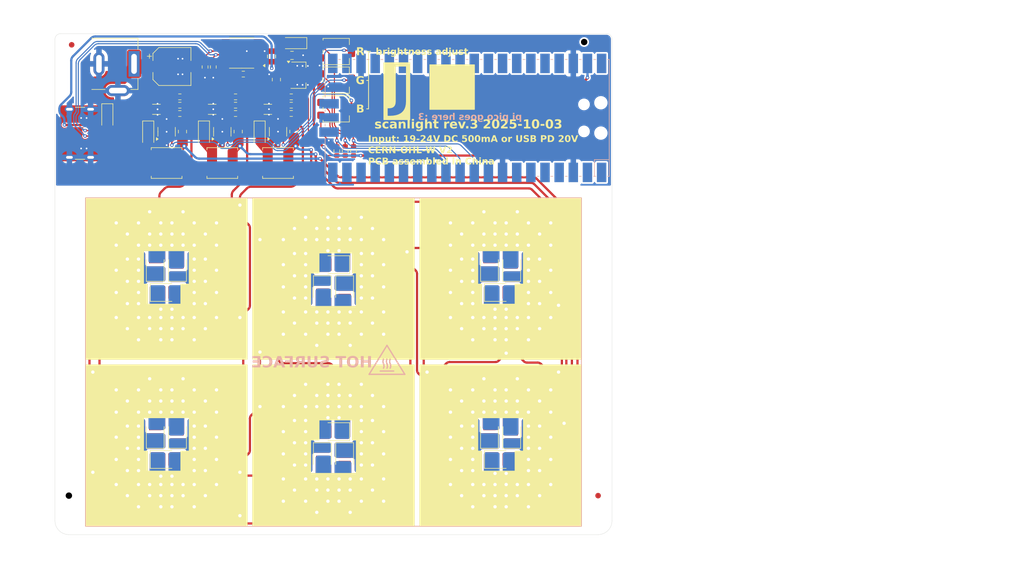
<source format=kicad_pcb>
(kicad_pcb (version 20241229) (generator "pcbnew") (generator_version "9.0")
  (layers (0 "F.Cu" signal) (2 "B.Cu" signal) (13 "F.Paste" user) (15 "B.Paste" user) (5 "F.SilkS" user "F.Silkscreen") (7 "B.SilkS" user "B.Silkscreen") (1 "F.Mask" user) (3 "B.Mask" user) (25 "Edge.Cuts" user))
  (net 0 "")
  (net 1 "+20V")
  (net 2 "GND")
  (net 3 "Net-(D1-A)")
  (net 4 "Net-(D6-K)")
  (net 5 "Net-(D9-A)")
  (net 6 "Net-(D14-K)")
  (net 7 "Net-(D16-A)")
  (net 8 "Net-(D1-K)")
  (net 9 "Net-(D2-K)")
  (net 10 "Net-(D3-K)")
  (net 11 "Net-(D4-K)")
  (net 12 "Net-(D5-K)")
  (net 13 "Net-(D7-A)")
  (net 14 "Net-(D8-A)")
  (net 15 "Net-(D10-A)")
  (net 16 "Net-(D10-K)")
  (net 17 "Net-(D11-K)")
  (net 18 "Net-(D12-K)")
  (net 19 "Net-(D13-K)")
  (net 20 "Net-(D15-A)")
  (net 21 "Net-(D16-K)")
  (net 22 "Net-(A101-VSYS)")
  (net 23 "Net-(D22-A)")
  (net 24 "+5V")
  (net 25 "Net-(U2-SEL)")
  (net 26 "/B")
  (net 27 "/G")
  (net 28 "/R")
  (net 39 "Net-(D20-K)")
  (net 40 "Net-(D19-K)")
  (net 41 "Net-(D18-K)")
  (net 42 "Net-(D17-K)")
  (net 43 "Net-(D21-K)")
  (net 44 "Net-(J201-CC1)")
  (net 45 "Net-(J201-CC2)")
  (net 51 "Net-(U1-CTRL)")
  (net 59 "Net-(U3-CTRL)")
  (net 66 "Net-(U4-CTRL)")
  (footprint "Resistor_SMD:R_0603_1608Metric" (layer "F.Cu") (at 114.41875 72.350002)
    (property "Reference" "R103" (hide yes))
    (property "Value" "2.2")
  )
  (footprint "Package_TO_SOT_SMD:TSOT-23-5" (layer "F.Cu") (at 122.04375 75.625 90)
    (property "Reference" "U4" (hide yes))
    (property "Value" "AL8860WT")
  )
  (footprint "Resistor_SMD:R_0603_1608Metric" (layer "F.Cu") (at 134.1 79.070577 90)
    (property "Reference" "R3" (hide yes))
    (property "Value" "649k")
  )
  (footprint "Capacitor_SMD:C_1206_3216Metric" (layer "F.Cu") (at 120.21875 71.5875)
    (property "Reference" "C6" (hide yes))
    (property "Value" "4.7u")
  )
  (footprint "LED_SMD:LED_PLCC_2835_Handsoldering" (layer "F.Cu") (at 132.400002 129.5 180)
    (property "Reference" "D11" (hide yes))
    (property "Value" "green")
  )
  (footprint "Diode_SMD:D_SOD-123F" (layer "F.Cu") (at 125 59.7 180)
    (property "Reference" "D23" (hide yes))
    (property "Value" "DSK24")
  )
  (footprint "Resistor_SMD:R_0603_1608Metric" (layer "F.Cu") (at 124.41875 70.85)
    (property "Reference" "R11" (hide yes))
    (property "Value" "2.2")
  )
  (footprint "Custom:MountingHole_2.2mm_M2_Mask_5mm" (layer "F.Cu") (at 179.5 88.5)
    (property "Reference" "H4" (hide yes))
    (property "Value" "MountingHole")
  )
  (footprint "Resistor_SMD:R_0603_1608Metric" (layer "F.Cu") (at 114.418749 70.850002)
    (property "Reference" "R12" (hide yes))
    (property "Value" "2.2")
  )
  (footprint "Capacitor_SMD:C_0805_2012Metric" (layer "F.Cu") (at 121.75 66.25 90)
    (property "Reference" "C8" (hide yes))
    (property "Value" "1u")
  )
  (footprint "Capacitor_SMD:C_0805_2012Metric" (layer "F.Cu") (at 120.887499 62.088299 -90)
    (property "Reference" "C4" (hide yes))
    (property "Value" "1u")
  )
  (footprint "Diode_SMD:D_SOD-123F" (layer "F.Cu") (at 98.74375 75.9 -90)
    (property "Reference" "D7" (hide yes))
    (property "Value" "DSK24")
  )
  (footprint "Fiducial:Fiducial_1mm_Mask2mm" (layer "F.Cu") (at 179.5 141)
    (property "Reference" "FID105" (hide yes))
    (property "Value" "~")
  )
  (footprint "Capacitor_SMD:C_0805_2012Metric" (layer "F.Cu") (at 124.89375 75.5875 -90)
    (property "Reference" "C7" (hide yes))
    (property "Value" "1u")
  )
  (footprint "Capacitor_SMD:C_0805_2012Metric" (layer "F.Cu") (at 104.89375 75.5875 -90)
    (property "Reference" "C2" (hide yes))
    (property "Value" "1u")
  )
  (footprint "LED_SMD:LED_PLCC_2835_Handsoldering" (layer "F.Cu") (at 161.6 134.5)
    (property "Reference" "D14" (hide yes))
    (property "Value" "green")
  )
  (footprint "Resistor_SMD:R_0603_1608Metric" (layer "F.Cu") (at 104.41875 70.85)
    (property "Reference" "R10" (hide yes))
    (property "Value" "2.2")
  )
  (footprint "Custom:MountingHole_2.2mm_M2_Mask_5mm" (layer "F.Cu") (at 84.5 88.5)
    (property "Reference" "H3" (hide yes))
    (property "Value" "MountingHole")
  )
  (footprint "Capacitor_SMD:C_1206_3216Metric" (layer "F.Cu") (at 100.21875 71.5875)
    (property "Reference" "C1" (hide yes))
    (property "Value" "4.7u")
  )
  (footprint "LED_SMD:LED_PLCC_2835_Handsoldering" (layer "F.Cu") (at 100 100 90)
    (property "Reference" "D1" (hide yes))
    (property "Value" "deep blue")
  )
  (footprint "Diode_SMD:D_SOD-123F" (layer "F.Cu") (at 118.74375 75.9 -90)
    (property "Reference" "D15" (hide yes))
    (property "Value" "DSK24")
  )
  (footprint "Diode_SMD:D_SOD-123F" (layer "F.Cu") (at 108.74375 75.9 -90)
    (property "Reference" "D8" (hide yes))
    (property "Value" "DSK24")
  )
  (footprint "Diode_SMD:D_SOD-123F" (layer "F.Cu") (at 91.4 72.799999 -90)
    (property "Reference" "D22" (hide yes))
    (property "Value" "DSK24")
  )
  (footprint "LED_SMD:LED_PLCC_2835_Handsoldering" (layer "F.Cu") (at 161.6 104.5)
    (property "Reference" "D13" (hide yes))
    (property "Value" "green")
  )
  (footprint "Resistor_SMD:R_0603_1608Metric" (layer "F.Cu") (at 104.41875 69.35)
    (property "Reference" "R1" (hide yes))
    (property "Value" "2.2")
  )
  (footprint "Custom:JLC_tooling_hole" (layer "F.Cu") (at 84.5 141)
    (property "Reference" "H104" (hide yes))
    (property "Value" "ToolingHole" (hide yes))
  )
  (footprint "Package_SO:TSSOP-16_4.4x5mm_P0.65mm" (layer "F.Cu") (at 115.512499 61.4633 180)
    (property "Reference" "U2" (hide yes))
    (property "Value" "IP2721")
  )
  (footprint "LED_SMD:LED_PLCC_2835_Handsoldering" (layer "F.Cu") (at 132.400001 99.499999 180)
    (property "Reference" "D12" (hide yes))
    (property "Value" "green")
  )
  (footprint "Custom:MountingHole_2.2mm_M2_Mask_5mm" (layer "F.Cu") (at 84.5 145.5)
    (property "Reference" "H1" (hide yes))
    (property "Value" "MountingHole")
  )
  (footprint "Resistor_SMD:R_0603_1608Metric" (layer "F.Cu") (at 114.41875 69.35)
    (property "Reference" "R4" (hide yes))
    (property "Value" "2.2")
  )
  (footprint "Resistor_SMD:R_0603_1608Metric" (layer "F.Cu") (at 135.6 79.070577 90)
    (property "Reference" "R5" (hide yes))
    (property "Value" "649k")
  )
  (footprint "LED_SMD:LED_PLCC_2835_Handsoldering" (layer "F.Cu") (at 133.999999 103.999999 -90)
    (property "Reference" "D4" (hide yes))
    (property "Value" "deep blue")
  )
  (footprint "Custom:JLC_tooling_hole" (layer "F.Cu") (at 177 59.5)
    (property "Reference" "H102" (hide yes))
    (property "Value" "ToolingHole" (hide yes))
  )
  (footprint "Custom:LED_PLCC_2835_Handsoldering_Reversed_Red" (layer "F.Cu") (at 164 100 90)
    (property "Reference" "D20" (hide yes))
    (property "Value" "deep red")
  )
  (footprint "LED_SMD:LED_PLCC_2835_Handsoldering" (layer "F.Cu") (at 160 100 90)
    (property "Reference" "D5" (hide yes))
    (property "Value" "deep blue")
  )
  (footprint "LED_SMD:LED_PLCC_2835_Handsoldering" (layer "F.Cu") (at 160 130 90)
    (property "Reference" "D6" (hide yes))
    (property "Value" "deep blue")
  )
  (footprint "Custom:LED_PLCC_2835_Handsoldering_Reversed_Red" (layer "F.Cu") (at 104 130 90)
    (property "Reference" "D17" (hide yes))
    (property "Value" "deep red")
  )
  (footprint "Custom:LED_PLCC_2835_Handsoldering_Reversed_Red" (layer "F.Cu") (at 104 100 90)
    (property "Reference" "D16" (hide yes))
    (property "Value" "deep red")
  )
  (footprint "Capacitor_SMD:C_0805_2012Metric" (layer "F.Cu") (at 114.89375 75.5875 -90)
    (property "Reference" "C5" (hide yes))
    (property "Value" "1u")
  )
  (footprint "Resistor_SMD:R_0603_1608Metric" (layer "F.Cu") (at 104.41875 72.35)
    (property "Reference" "R101" (hide yes))
    (property "Value" "2.2")
  )
  (footprint "LED_SMD:LED_PLCC_2835_Handsoldering" (layer "F.Cu") (at 101.6 104.5)
    (property "Reference" "D9" (hide yes))
    (property "Value" "green")
  )
  (footprint "Resistor_SMD:R_0603_1608Metric" (layer "F.Cu") (at 115.8125 65.263298 180)
    (property "Reference" "R6" (hide yes))
    (property "Value" "100k")
  )
  (footprint "Package_TO_SOT_SMD:SOT-89-3" (layer "F.Cu") (at 125.7 65.4625)
    (property "Reference" "U101" (hide yes))
    (property "Value" "L78L05_SOT89")
  )
  (footprint "LED_SMD:LED_PLCC_2835_Handsoldering" (layer "F.Cu") (at 101.6 134.5)
    (property "Reference" "D10" (hide yes))
    (property "Value" "green")
  )
  (footprint "Capacitor_SMD:C_0805_2012Metric" (layer "F.Cu") (at 124.55 61.9)
    (property "Reference" "C9" (hide yes))
    (property "Value" "1u")
  )
  (footprint "Inductor_SMD:L_Changjiang_FNR5040S" (layer "F.Cu") (at 102.04375 81.2375 180)
    (property "Reference" "L1" (hide yes))
    (property "Value" "100u")
  )
  (footprint "Package_TO_SOT_SMD:TSOT-23-5" (layer "F.Cu") (at 102.04375 75.625 90)
    (property "Reference" "U1" (hide yes))
    (property "Value" "AL8860WT")
  )
  (footprint "Capacitor_SMD:C_1206_3216Metric" (layer "F.Cu") (at 110.21875 71.5875)
    (property "Reference" "C3" (hide yes))
    (property "Value" "4.7u")
  )
  (footprint "Inductor_SMD:L_Changjiang_FNR5040S" (layer "F.Cu") (at 122.04375 81.2375 180)
    (property "Reference" "L3" (hide yes))
    (property "Value" "100u")
  )
  (footprint "Custom:LED_PLCC_2835_Handsoldering_Reversed_Red" (layer "F.Cu") (at 130.000002 134 -90)
    (property "Reference" "D18" (hide yes))
    (property "Value" "deep red")
  )
  (footprint "Potentiometer_SMD:Potentiometer_Bourns_3314G_Vertical" (layer "F.Cu") (at 132.4875 71.504923 90)
    (property "Reference" "RV1" (hide yes))
    (property "Value" "100k")
  )
  (footprint "Potentiometer_SMD:Potentiometer_Bourns_3314G_Vertical" (layer "F.Cu") (at 132.4875 66.354923 90)
    (property "Reference" "RV2" (hide yes))
    (property "Value" "100k")
  )
  (footprint "Custom:LED_PLCC_2835_Handsoldering_Reversed_Red" (layer "F.Cu") (at 164 130 90)
    (property "Reference" "D21" (hide yes))
    (property "Value" "deep red")
  )
  (footprint "Custom:BarrelJack_GCT_DCJ200-10-A_Horizontal" (layer "F.Cu") (at 96.2 63.425001 -90)
    (property "Reference" "J3" (hide yes))
    (property "Value" "PJ-002B")
  )
  (footprint "Fiducial:Fiducial_1mm_Mask2mm" (layer "F.Cu") (at 85 60)
    (property "Reference" "FID103" (hide yes))
    (property "Value" "~")
  )
  (footprint "Fiducial:Fiducial_1mm_Mask2mm" (layer "F.Cu") (at 179.5 59.5)
    (property "Reference" "FID101" (hide yes))
    (property "Value" "~")
  )
  (footprint "Package_TO_SOT_SMD:TSOT-23-5" (layer "F.Cu") (at 112.04375 75.625 90)
    (property "Reference" "U3" (hide yes))
    (property "Value" "AL8860WT")
  )
  (footprint "Resistor_SMD:R_0603_1608Metric" (layer "F.Cu") (at 110.425 63.9883 -90)
    (property "Reference" "R7" (hide yes))
    (property "Value" "5.1k")
  )
  (footprint "Resistor_SMD:R_0603_1608Metric" (layer "F.Cu") (at 124.41875 72.339998)
    (property "Reference" "R102" (hide yes))
    (property "Value" "2.2")
  )
  (footprint "Resistor_SMD:R_0603_1608Metric" (layer "F.Cu") (at 124.41875 69.35)
    (property "Reference" "R9" (hide yes))
    (property "Value" "2.2")
  )
  (footprint "Resistor_SMD:R_0603_1608Metric" (layer "F.Cu") (at 132.6 79.070577 90)
    (property "Reference" "R2" (hide yes))
    (property "Value" "649k")
  )
  (footprint "Potentiometer_SMD:Potentiometer_Bourns_3314G_Vertical" (layer "F.Cu") (at 132.4875 61.204923 90)
    (property "Reference" "RV3" (hide yes))
    (property "Value" "100k")
  )
  (footprint "Custom:MountingHole_2.2mm_M2_Mask_5mm" (layer "F.Cu") (at 179.5 145.5)
    (property "Reference" "H2" (hide yes))
    (property "Value" "MountingHole")
  )
  (footprint "LED_SMD:LED_PLCC_2835_Handsoldering" (layer "F.Cu") (at 100 130 90)
    (property "Reference" "D2" (hide yes))
    (property "Value" "deep blue")
  )
  (footprint "Custom:USB_C_Receptacle_6PIN_generic" (layer "F.Cu") (at 85.4 75.9 -90)
    (property "Reference" "J201" (hide yes))
    (property "Value" "USB_C_Receptacle_PowerOnly_6P")
  )
  (footprint "LED_SMD:LED_PLCC_2835_Handsoldering" (layer "F.Cu") (at 134 134 -90)
    (property "Reference" "D3" (hide yes))
    (property "Value" "deep blue")
  )
  (footprint "Capacitor_SMD:CP_Elec_6.3x5.8" (layer "F.Cu") (at 103 63.9)
    (property "Reference" "C201" (hide yes))
    (property "Value" "47uF 35V")
  )
  (footprint "Resistor_SMD:R_0603_1608Metric" (layer "F.Cu") (at 108.95 63.9883 -90)
    (property "Reference" "R8" (hide yes))
    (property "Value" "5.1k")
  )
  (footprint "Custom:LED_PLCC_2835_Handsoldering_Reversed_Red" (layer "F.Cu") (at 130.000001 103.999999 -90)
    (property "Reference" "D19" (hide yes))
    (property "Value" "deep red")
  )
  (footprint "Inductor_SMD:L_Changjiang_FNR5040S" (layer "F.Cu") (at 112.04375 81.2375 180)
    (property "Reference" "L2" (hide yes))
    (property "Value" "100u")
  )
  (footprint "Custom:RPi_Pico_SMD_minimal" (layer "B.Cu") (at 156 73.135 90)
    (property "Reference" "A101" (hide yes))
    (property "Value" "RaspberryPi_Pico")
  )
  (footprint "Custom:hot-surface_1x" (layer "B.Cu") (at 141.6 117.8 180)
    (property "Reference" "SYM101" (hide yes))
    (property "Value" "SYM_Hot_Large" (hide yes))
  )
  (gr_poly (pts (xy 87.5 133) (xy 97.9 133) (xy 97.9 127) (xy 106.1 127) (xy 106.1 133) (xy 116.5 133) (xy 116.5 117.5) (xy 87.5 117.5)) (stroke (width 0.15)) (fill yes) (layer "F.SilkS"))
  (gr_line (start 137.95 61.175) (end 138.65 61.175) (stroke (width 0.15)) (layer "F.SilkS"))
  (gr_poly (pts (xy 87.5 116.5) (xy 116.5 116.5) (xy 116.5 103) (xy 104.6 103) (xy 104.6 106.6) (xy 98.6 106.6) (xy 98.6 103) (xy 87.5 103)) (stroke (width 0.15)) (fill yes) (layer "F.SilkS"))
  (gr_line (start 138.3 66.4) (end 138.3 71.5) (stroke (width 0.15)) (layer "F.SilkS"))
  (gr_poly (pts (xy 146.5 101) (xy 136.1 101) (xy 136.1 107) (xy 127.9 107) (xy 127.9 101) (xy 117.5 101) (xy 117.5 116.5) (xy 146.5 116.5)) (stroke (width 0.15)) (fill yes) (layer "F.SilkS"))
  (gr_poly (pts (xy 146.5 131) (xy 136.1 131) (xy 136.1 137) (xy 127.9 137) (xy 127.9 131) (xy 117.5 131) (xy 117.5 146.5) (xy 146.5 146.5)) (stroke (width 0.15)) (fill yes) (layer "F.SilkS"))
  (gr_poly (pts (xy 147.5 133) (xy 157.9 133) (xy 157.9 127) (xy 166.1 127) (xy 166.1 133) (xy 176.5 133) (xy 176.5 117.5) (xy 147.5 117.5)) (stroke (width 0.15)) (fill yes) (layer "F.SilkS"))
  (gr_rect (start 149.3 63.6) (end 157.3 71.6) (stroke (width 0.15)) (fill yes) (layer "F.SilkS"))
  (gr_poly (pts (xy 146.5 117.5) (xy 117.5 117.5) (xy 117.5 131) (xy 129.399999 131) (xy 129.4 127.4) (xy 135.400001 127.4) (xy 135.4 131) (xy 146.5 131)) (stroke (width 0.15)) (fill yes) (layer "F.SilkS"))
  (gr_poly (pts (xy 146.5 87.5) (xy 117.5 87.5) (xy 117.5 101) (xy 129.4 101) (xy 129.399999 97.4) (xy 135.4 97.4) (xy 135.400001 101) (xy 146.5 101)) (stroke (width 0.15)) (fill yes) (layer "F.SilkS"))
  (gr_poly (pts (xy 147.5 103) (xy 157.9 103) (xy 157.9 97) (xy 166.1 97) (xy 166.1 103) (xy 176.5 103) (xy 176.5 87.5) (xy 147.5 87.5)) (stroke (width 0.15)) (fill yes) (layer "F.SilkS"))
  (gr_poly (pts (xy 87.5 146.5) (xy 116.5 146.5) (xy 116.5 133) (xy 104.6 133) (xy 104.6 136.6) (xy 98.6 136.6) (xy 98.6 133) (xy 87.5 133)) (stroke (width 0.15)) (fill yes) (layer "F.SilkS"))
  (gr_poly (pts (xy 87.5 103) (xy 97.9 103) (xy 97.9 97) (xy 106.1 97) (xy 106.1 103) (xy 116.5 103) (xy 116.5 87.5) (xy 87.5 87.5)) (stroke (width 0.15)) (fill yes) (layer "F.SilkS"))
  (gr_poly (pts (xy 147.5 146.5) (xy 176.5 146.5) (xy 176.5 133) (xy 164.6 133) (xy 164.6 136.6) (xy 158.6 136.6) (xy 158.6 133) (xy 147.5 133)) (stroke (width 0.15)) (fill yes) (layer "F.SilkS"))
  (gr_poly (pts (xy 147.5 116.5) (xy 176.5 116.5) (xy 176.5 103) (xy 164.6 103) (xy 164.6 106.6) (xy 158.6 106.6) (xy 158.6 103) (xy 147.5 103)) (stroke (width 0.15)) (fill yes) (layer "F.SilkS"))
  (gr_line (start 137.95 66.4) (end 138.3 66.4) (stroke (width 0.15)) (layer "F.SilkS"))
  (gr_line (start 137.95 71.5) (end 138.3 71.5) (stroke (width 0.15)) (layer "F.SilkS"))
  (gr_line (start 138.3 61.2) (end 138.3 66.4) (stroke (width 0.15)) (layer "F.SilkS"))
  (gr_rect (start 87.5 87.5) (end 176.5 146.5) (stroke (width 0.15)) (fill no) (layer "B.SilkS"))
  (gr_line (start 83 58) (end 181 58) (stroke (width 0.05)) (layer "Edge.Cuts"))
  (gr_arc (start 181 58) (mid 181.707107 58.292893) (end 182 59) (stroke (width 0.05)) (layer "Edge.Cuts"))
  (gr_arc (start 84.5 148) (mid 82.732233 147.267767) (end 82 145.5) (stroke (width 0.05)) (layer "Edge.Cuts"))
  (gr_line (start 82 145.5) (end 82 59) (stroke (width 0.05)) (layer "Edge.Cuts"))
  (gr_line (start 179.5 148) (end 84.5 148) (stroke (width 0.05)) (layer "Edge.Cuts"))
  (gr_line (start 182 59) (end 182 145.5) (stroke (width 0.05)) (layer "Edge.Cuts"))
  (gr_arc (start 182 145.5) (mid 181.267767 147.267767) (end 179.5 148) (stroke (width 0.05)) (layer "Edge.Cuts"))
  (gr_arc (start 82 59) (mid 82.292893 58.292893) (end 83 58) (stroke (width 0.05)) (layer "Edge.Cuts"))
  (gr_text "G" (at 136.8 67.3 0) (layer "F.SilkS") (effects (font (size 1.4 1.4) (thickness 0.35) (bold yes)) (justify bottom)))
  (gr_text "B" (at 136.8 72.4 0) (layer "F.SilkS") (effects (font (size 1.4 1.4) (thickness 0.35) (bold yes)) (justify bottom)))
  (gr_text "R" (at 136.8 62.1 0) (layer "F.SilkS") (effects (font (size 1.4 1.4) (thickness 0.35) (bold yes)) (justify bottom)))
  (gr_text "J" (at 144.1 72 0) (layer "F.SilkS" knockout) (effects (font (size 6.8 7) (thickness 0.4) (bold yes) (italic yes)) (justify bottom)))
  (gr_text "\nInput: 19-24V DC 500mA or USB PD 20V\nCERN-OHL-W V2\nPCB assembled in China" (at 138.2 81.7 0) (layer "F.SilkS") (effects (font (size 1.2 1.2) (thickness 0.3) (bold yes)) (justify left bottom)))
  (gr_text "brightness adjust" (at 156.2 62 0) (layer "F.SilkS") (effects (font (size 1.2 1.2) (thickness 0.3) (bold yes)) (justify right bottom)))
  (gr_text "scanlight rev.3 2025-10-03" (at 173.1 75.3 0) (layer "F.SilkS") (effects (font (size 1.6 1.6) (thickness 0.4) (bold yes)) (justify right bottom)))
  (gr_text "pi pico goes here :3" (at 156.5 73.7 0) (layer "B.SilkS") (effects (font (size 1.2 1.2) (thickness 0.3) (bold yes)) (justify bottom mirror)))
  (gr_text "HOT SURFACE" (at 128.1 118.3 0) (layer "B.SilkS") (effects (font (size 2 2) (thickness 0.4) (bold yes)) (justify bottom mirror)))
  (segment (start 127.5 76.324208) (end 127.5 69.850791) (width 0.2) (layer "F.Cu") (net 1))
  (segment (start 126.518758 68.418758) (end 127.181241 69.081241) (width 0.2) (layer "F.Cu") (net 1))
  (segment (start 132.6 79.895577) (end 131.071368 79.895577) (width 0.2) (layer "F.Cu") (net 1))
  (segment (start 124.518198 68.1) (end 125.749208 68.1) (width 0.2) (layer "F.Cu") (net 1))
  (segment (start 127.818758 77.093758) (end 130.301818 79.576818) (width 0.2) (layer "F.Cu") (net 1))
  (segment (start 121.75 67.270708) (end 121.75 68.95) (width 0.4) (layer "F.Cu") (net 1))
  (segment (start 123.68125 67.03125) (end 123.600001 67.112499) (width 0.4) (layer "F.Cu") (net 1))
  (segment (start 123.515272 67.1) (end 121.920708 67.1) (width 0.4) (layer "F.Cu") (net 1))
  (segment (start 134.1 79.895577) (end 135.6 79.895577) (width 0.2) (layer "F.Cu") (net 1))
  (segment (start 123.975 67.875) (end 123.931503 67.831503) (width 0.2) (layer "F.Cu") (net 1))
  (segment (start 123.75 67.059727) (end 123.75 67.393317) (width 0.2) (layer "F.Cu") (net 1))
  (segment (start 132.6 79.895577) (end 134.1 79.895577) (width 0.2) (layer "F.Cu") (net 1))
  (arc (start 123.68125 67.03125) (mid 123.68125 67.03125) (end 123.68125 67.03125) (width 0.4) (layer "F.Cu") (net 1))
  (arc (start 127.181241 69.081241) (mid 127.417157 69.434313) (end 127.5 69.850791) (width 0.2) (layer "F.Cu") (net 1))
  (arc (start 121.799999 67.149999) (mid 121.762994 67.205381) (end 121.75 67.270708) (width 0.4) (layer "F.Cu") (net 1))
  (arc (start 123.75 67.059727) (mid 123.725138 67.022519) (end 123.68125 67.03125) (width 0.2) (layer "F.Cu") (net 1))
  (arc (start 126.518758 68.418758) (mid 126.165685 68.182842) (end 125.749208 68.1) (width 0.2) (layer "F.Cu") (net 1))
  (arc (start 123.68125 67.03125) (mid 123.605098 67.082132) (end 123.515272 67.1) (width 0.4) (layer "F.Cu") (net 1))
  (arc (start 123.75 67.393317) (mid 123.797171 67.630462) (end 123.931503 67.831503) (width 0.2) (layer "F.Cu") (net 1))
  (arc (start 123.68125 67.03125) (mid 123.725138 67.022519) (end 123.75 67.059727) (width 0.4) (layer "F.Cu") (net 1))
  (arc (start 121.920708 67.1) (mid 121.855381 67.112994) (end 121.799999 67.149999) (width 0.4) (layer "F.Cu") (net 1))
  (arc (start 130.301818 79.576818) (mid 130.65489 79.812734) (end 131.071368 79.895577) (width 0.2) (layer "F.Cu") (net 1))
  (arc (start 127.5 76.324208) (mid 127.582842 76.740685) (end 127.818758 77.093758) (width 0.2) (layer "F.Cu") (net 1))
  (arc (start 123.975 67.875) (mid 124.224221 68.041524) (end 124.518198 68.1) (width 0.2) (layer "F.Cu") (net 1))
  (segment (start 120.45 65.3) (end 121.643934 65.3) (width 0.4) (layer "F.Cu") (net 2))
  (segment (start 131.041595 67.504923) (end 129.7375 67.504923) (width 0.2) (layer "F.Cu") (net 2))
  (segment (start 119.64 61.1383) (end 118.375 61.1383) (width 0.2) (layer "F.Cu") (net 2))
  (segment (start 125.525 65.25) (end 125.43125 65.34375) (width 0.4) (layer "F.Cu") (net 2))
  (segment (start 122.006064 65.45) (end 123.816162 65.45) (width 0.4) (layer "F.Cu") (net 2))
  (segment (start 125.44375 65.51875) (end 125.5 65.575) (width 0.4) (layer "F.Cu") (net 2))
  (segment (start 108.925 65.9) (end 108.925 64.855977) (width 0.2) (layer "F.Cu") (net 2))
  (segment (start 131.15 77.2) (end 130.056258 76.106258) (width 0.2) (layer "F.Cu") (net 2))
  (segment (start 125.5 61.900001) (end 125.5 63.625) (width 0.4) (layer "F.Cu") (net 2))
  (segment (start 129.7375 75.336708) (end 129.7375 72.654923) (width 0.2) (layer "F.Cu") (net 2))
  (segment (start 129.61875 62.473673) (end 129.7375 62.354923) (width 0.2) (layer "F.Cu") (net 2))
  (segment (start 129.5 63.725) (end 129.5 62.76036) (width 0.2) (layer "F.Cu") (net 2))
  (segment (start 110.425 65.9) (end 110.425 64.8133) (width 0.2) (layer "F.Cu") (net 2))
  (segment (start 125.525 65.2) (end 125.5 65.175) (width 0.4) (layer "F.Cu") (net 2))
  (segment (start 123.846339 65.4625) (end 125.30795 65.4625) (width 0.4) (layer "F.Cu") (net 2))
  (segment (start 116.4375 61.138299) (end 118.375 61.138299) (width 0.2) (layer "F.Cu") (net 2))
  (segment (start 119.64 61.1383) (end 120.8875 61.1383) (width 0.2) (layer "F.Cu") (net 2))
  (segment (start 123.846339 65.4625) (end 125.144562 65.4625) (width 0.4) (layer "F.Cu") (net 2))
  (segment (start 131.05 67.5) (end 131.047538 67.502461) (width 0.2) (layer "F.Cu") (net 2))
  (segment (start 125.499999 61.899998) (end 125.512499 61.8875) (width 0.4) (layer "F.Cu") (net 2))
  (segment (start 126.55 61.875) (end 125.542676 61.875) (width 0.4) (layer "F.Cu") (net 2))
  (segment (start 108.9375 64.8258) (end 108.95 64.8133) (width 0.2) (layer "F.Cu") (net 2))
  (via (at 119.64 61.1383) (size 0.6) (drill 0.3) (layers "F.Cu" "B.Cu") (net 2))
  (via (at 100.41875 70.5875) (size 0.6) (drill 0.3) (layers "F.Cu" "B.Cu") (net 2))
  (via (at 126.55 61.875) (size 0.6) (drill 0.3) (layers "F.Cu" "B.Cu") (net 2))
  (via (at 125.5 67.175) (size 0.6) (drill 0.3) (layers "F.Cu" "B.Cu") (net 2))
  (via (at 110.425 72.575) (size 0.6) (drill 0.3) (layers "F.Cu" "B.Cu") (net 2))
  (via (at 112.05 73.325) (size 0.6) (drill 0.3) (layers "F.Cu" "B.Cu") (net 2))
  (via (at 110.425 71.575) (size 0.6) (drill 0.3) (layers "F.Cu" "B.Cu") (net 2))
  (via (at 104.9 62.5) (size 0.6) (drill 0.3) (layers "F.Cu" "B.Cu") (net 2))
  (via (at 112.05 78.0125) (size 0.6) (drill 0.3) (layers "F.Cu" "B.Cu") (net 2))
  (via (at 116.4375 61.138299) (size 0.6) (drill 0.3) (layers "F.Cu" "B.Cu") (net 2))
  (via (at 112.05 75.6125) (size 0.6) (drill 0.3) (layers "F.Cu" "B.Cu") (net 2))
  (via (at 122.04375 78) (size 0.6) (drill 0.3) (layers "F.Cu" "B.Cu") (net 2))
  (via (at 110.425 70.575) (size 0.6) (drill 0.3) (layers "F.Cu" "B.Cu") (net 2))
  (via (at 104.1 62.5) (size 0.6) (drill 0.3) (layers "F.Cu" "B.Cu") (net 2))
  (via (at 104.100001 65.3) (size 0.6) (drill 0.3) (layers "F.Cu" "B.Cu") (net 2))
  (via (at 126.45 63.8) (size 0.6) (drill 0.3) (layers "F.Cu" "B.Cu") (net 2))
  (via (at 126.45 67.2) (size 0.6) (drill 0.3) (layers "F.Cu" "B.Cu") (net 2))
  (via (at 120.45 65.3) (size 0.6) (drill 0.3) (layers "F.Cu" "B.Cu") (net 2))
  (via (at 125.5 63.775) (size 0.6) (drill 0.3) (layers "F.Cu" "B.Cu") (net 2))
  (via (at 102.04375 73.3375) (size 0.6) (drill 0.3) (layers "F.Cu" "B.Cu") (net 2))
  (via (at 122.04375 75.6) (size 0.6) (drill 0.3) (layers "F.Cu" "B.Cu") (net 2))
  (via (at 102.04375 75.625) (size 0.6) (drill 0.3) (layers "F.Cu" "B.Cu") (net 2))
  (via (at 131.05 67.5) (size 0.6) (drill 0.3) (layers "F.Cu" "B.Cu") (net 2))
  (via (at 100.41875 72.5875) (size 0.6) (drill 0.3) (layers "F.Cu" "B.Cu") (net 2))
  (via (at 102.04375 78.025) (size 0.6) (drill 0.3) (layers "F.Cu" "B.Cu") (net 2))
  (via (at 87.675 73.15) (size 0.6) (drill 0.3) (layers "F.Cu" "B.Cu") (net 2))
  (via (at 104.9 65.3) (size 0.6) (drill 0.3) (layers "F.Cu" "B.Cu") (net 2))
  (via (at 86.7 78.625) (size 0.6) (drill 0.3) (layers "F.Cu" "B.Cu") (net 2))
  (via (at 108.925 65.9) (size 0.6) (drill 0.3) (layers "F.Cu" "B.Cu") (net 2))
  (via (at 122.04375 73.3125) (size 0.6) (drill 0.3) (layers "F.Cu" "B.Cu") (net 2))
  (via (at 110.425 65.9) (size 0.6) (drill 0.3) (layers "F.Cu" "B.Cu") (net 2))
  (via (at 86.7 73.15) (size 0.6) (drill 0.3) (layers "F.Cu" "B.Cu") (net 2))
  (via (at 120.41875 70.5625) (size 0.6) (drill 0.3) (layers "F.Cu" "B.Cu") (net 2))
  (via (at 100.41875 71.5875) (size 0.6) (drill 0.3) (layers "F.Cu" "B.Cu") (net 2))
  (via (at 127.4 67.2) (size 0.6) (drill 0.3) (layers "F.Cu" "B.Cu") (net 2))
  (via (at 87.675 78.625) (size 0.6) (drill 0.3) (layers "F.Cu" "B.Cu") (net 2))
  (via (at 129.5 63.725) (size 0.6) (drill 0.3) (layers "F.Cu" "B.Cu") (net 2))
  (via (at 131.15 77.2) (size 0.6) (drill 0.3) (layers "F.Cu" "B.Cu") (net 2))
  (via (at 120.41875 71.5625) (size 0.6) (drill 0.3) (layers "F.Cu" "B.Cu") (net 2))
  (via (at 120.41875 72.5625) (size 0.6) (drill 0.3) (layers "F.Cu" "B.Cu") (net 2))
  (via (at 127.4 63.8) (size 0.6) (drill 0.3) (layers "F.Cu" "B.Cu") (net 2))
  (arc (start 125.5 61.900001) (mid 125.499999 61.9) (end 125.5 61.900001) (width 0.4) (layer "F.Cu") (net 2))
  (arc (start 125.5 61.900001) (mid 125.5 61.900001) (end 125.5 61.900001) (width 0.4) (layer "F.Cu") (net 2))
  (arc (start 125.499999 61.899998) (mid 125.499999 61.899999) (end 125.5 61.900001) (width 0.4) (layer "F.Cu") (net 2))
  (arc (start 123.846339 65.4625) (mid 123.838173 65.460875) (end 123.831251 65.45625) (width 0.4) (layer "F.Cu") (net 2))
  (arc (start 123.831251 65.45625) (mid 123.838173 65.460875) (end 123.846339 65.4625) (width 0.4) (layer "F.Cu") (net 2))
  (arc (start 121.643934 65.3) (mid 121.741925 65.319492) (end 121.824999 65.375) (width 0.4) (layer "F.Cu") (net 2))
  (arc (start 125.5 61.900001) (mid 125.499999 61.9) (end 125.499999 61.899999) (width 0.4) (layer "F.Cu") (net 2))
  (arc (start 125.44375 65.51875) (mid 125.381444 65.477118) (end 125.30795 65.4625) (width 0.4) (layer "F.Cu") (net 2))
  (arc (start 125.542676 61.875) (mid 125.526344 61.878248) (end 125.512499 61.8875) (width 0.4) (layer "F.Cu") (net 2))
  (arc (start 129.7375 75.336708) (mid 129.820342 75.753185) (end 130.056258 76.106258) (width 0.2) (layer "F.Cu") (net 2))
  (arc (start 123.846339 65.4625) (mid 123.846339 65.4625) (end 123.846339 65.4625) (width 0.4) (layer "F.Cu") (net 2))
  (arc (start 123.831251 65.45625) (mid 123.824328 65.451624) (end 123.816162 65.45) (width 0.4) (layer "F.Cu") (net 2))
  (arc (start 125.525 65.2) (mid 125.535355 65.225) (end 125.525 65.25) (width 0.4) (layer "F.Cu") (net 2))
  (arc (start 125.499999 61.899999) (mid 125.499999 61.9) (end 125.5 61.900001) (width 0.4) (layer "F.Cu") (net 2))
  (arc (start 125.5 61.900001) (mid 125.499999 61.9) (end 125.499999 61.899998) (width 0.4) (layer "F.Cu") (net 2))
  (arc (start 125.43125 65.34375) (mid 125.299716 65.431637) (end 125.144562 65.4625) (width 0.4) (layer "F.Cu") (net 2))
  (arc (start 131.047538 67.502461) (mid 131.044811 67.504283) (end 131.041595 67.504923) (width 0.2) (layer "F.Cu") (net 2))
  (arc (start 108.925 64.855977) (mid 108.928248 64.839645) (end 108.9375 64.8258) (width 0.2) (layer "F.Cu") (net 2))
  (arc (start 121.824999 65.375) (mid 121.908072 65.430508) (end 122.006064 65.45) (width 0.4) (layer "F.Cu") (net 2))
  (arc (start 129.61875 62.473673) (mid 129.530862 62.605206) (end 129.5 62.76036) (width 0.2) (layer "F.Cu") (net 2))
  (segment (start 106.5 75.256326) (end 106.5 83.299208) (width 0.4) (layer "F.Cu") (net 3))
  (segment (start 102.450791 85.5) (end 104.299208 85.5) (width 0.4) (layer "F.Cu") (net 3))
  (segment (start 105.068758 85.181241) (end 106.181241 84.068757) (width 0.4) (layer "F.Cu") (net 3))
  (segment (start 105.881173 74.6375) (end 104.89375 74.6375) (width 0.4) (layer "F.Cu") (net 3))
  (segment (start 101.681241 85.818758) (end 101.068757 86.431241) (width 0.4) (layer "F.Cu") (net 3))
  (segment (start 100.75 87.200791) (end 100.75 88.25) (width 0.4) (layer "F.Cu") (net 3))
  (via (at 101 96) (size 1.2) (drill 0.6) (layers "F.Cu" "B.Cu") (net 3))
  (via (at 93 96) (size 1.2) (drill 0.6) (layers "F.Cu" "B.Cu") (net 3))
  (via (at 97 92) (size 1.2) (drill 0.6) (layers "F.Cu" "B.Cu") (net 3))
  (via (at 99 90) (size 1.2) (drill 0.6) (layers "F.Cu" "B.Cu") (net 3))
  (via (at 101 92) (size 1.2) (drill 0.6) (layers "F.Cu" "B.Cu") (net 3))
  (via (at 101 94) (size 1.2) (drill 0.6) (layers "F.Cu" "B.Cu") (net 3))
  (via (at 97 96) (size 1.2) (drill 0.6) (layers "F.Cu" "B.Cu") (net 3))
  (via (at 99 96) (size 1.2) (drill 0.6) (layers "F.Cu" "B.Cu") (net 3))
  (via (at 93 92) (size 1.2) (drill 0.6) (layers "F.Cu" "B.Cu") (net 3))
  (via (at 95 94) (size 1.2) (drill 0.6) (layers "F.Cu" "B.Cu") (net 3))
  (via (at 99 94) (size 1.2) (drill 0.6) (layers "F.Cu" "B.Cu") (net 3))
  (arc (start 106.181241 84.068757) (mid 106.417157 83.715685) (end 106.5 83.299208) (width 0.4) (layer "F.Cu") (net 3))
  (arc (start 106.31875 74.81875) (mid 106.452894 75.019511) (end 106.5 75.256326) (width 0.4) (layer "F.Cu") (net 3))
  (arc (start 100.75 87.200791) (mid 100.832842 86.784313) (end 101.068757 86.431241) (width 0.4) (layer "F.Cu") (net 3))
  (arc (start 105.068758 85.181241) (mid 104.715685 85.417157) (end 104.299208 85.5) (width 0.4) (layer "F.Cu") (net 3))
  (arc (start 106.31875 74.81875) (mid 106.117988 74.684605) (end 105.881173 74.6375) (width 0.4) (layer "F.Cu") (net 3))
  (arc (start 102.450791 85.5) (mid 102.034313 85.582842) (end 101.681241 85.818758) (width 0.4) (layer "F.Cu") (net 3))
  (segment (start 148.439067 145.439067) (end 148.560932 145.560932) (width 0.4) (layer "F.Cu") (net 4))
  (segment (start 175.8 91.738092) (end 175.8 144.661907) (width 0.4) (layer "F.Cu") (net 4))
  (segment (start 148.439067 137.160932) (end 148.8 136.8) (width 0.4) (layer "F.Cu") (net 4))
  (segment (start 149.138092 145.8) (end 174.661907 145.8) (width 0.4) (layer "F.Cu") (net 4))
  (segment (start 148.2 144.861907) (end 148.2 137.738092) (width 0.4) (layer "F.Cu") (net 4))
  (segment (start 132.631241 83.481241) (end 129.6 80.45) (width 0.4) (layer "F.Cu") (net 4))
  (segment (start 175.560932 145.239067) (end 175.239067 145.560931) (width 0.4) (layer "F.Cu") (net 4))
  (segment (start 167.861907 83.8) (end 133.400791 83.8) (width 0.4) (layer "F.Cu") (net 4))
  (segment (start 168.439067 84.039067) (end 175.560932 91.160932) (width 0.4) (layer "F.Cu") (net 4))
  (via (at 105.2 78.2) (size 0.8) (drill 0.4) (layers "F.Cu" "B.Cu") (net 4))
  (via (at 157 130.5) (size 1.2) (drill 0.6) (layers "F.Cu" "B.Cu") (net 4))
  (via (at 157 136.5) (size 1.2) (drill 0.6) (layers "F.Cu" "B.Cu") (net 4))
  (via (at 157 132.5) (size 1.2) (drill 0.6) (layers "F.Cu" "B.Cu") (net 4))
  (via (at 155 136.5) (size 1.2) (drill 0.6) (layers "F.Cu" "B.Cu") (net 4))
  (via (at 155 128.5) (size 1.2) (drill 0.6) (layers "F.Cu" "B.Cu") (net 4))
  (via (at 157 134.5) (size 1.2) (drill 0.6) (layers "F.Cu" "B.Cu") (net 4))
  (via (at 153 130.5) (size 1.2) (drill 0.6) (layers "F.Cu" "B.Cu") (net 4))
  (via (at 129.6 80.45) (size 0.6) (drill 0.3) (layers "F.Cu" "B.Cu") (net 4))
  (via (at 155 132.5) (size 1.2) (drill 0.6) (layers "F.Cu" "B.Cu") (net 4))
  (via (at 153 134.5) (size 1.2) (drill 0.6) (layers "F.Cu" "B.Cu") (net 4))
  (via (at 157 128.5) (size 1.2) (drill 0.6) (layers "F.Cu" "B.Cu") (net 4))
  (arc (start 175.239067 145.560931) (mid 174.974263 145.737867) (end 174.661907 145.8) (width 0.4) (layer "F.Cu") (net 4))
  (arc (start 132.631241 83.481241) (mid 132.984313 83.717157) (end 133.400791 83.8) (width 0.4) (layer "F.Cu") (net 4))
  (arc (start 148.2 144.861907) (mid 148.262131 145.174263) (end 148.439067 145.439067) (width 0.4) (layer "F.Cu") (net 4))
  (arc (start 149.138092 145.8) (mid 148.825735 145.737868) (end 148.560932 145.560932) (width 0.4) (layer "F.Cu") (net 4))
  (arc (start 175.8 91.738092) (mid 175.737868 91.425735) (end 175.560932 91.160932) (width 0.4) (layer "F.Cu") (net 4))
  (arc (start 175.560932 145.239067) (mid 175.737868 144.974263) (end 175.8 144.661907) (width 0.4) (layer "F.Cu") (net 4))
  (arc (start 167.861907 83.8) (mid 168.174263 83.862131) (end 168.439067 84.039067) (width 0.4) (layer "F.Cu") (net 4))
  (arc (start 148.439067 137.160932) (mid 148.262131 137.425735) (end 148.2 137.738092) (width 0.4) (layer "F.Cu") (net 4))
  (segment (start 129.068628 80.45) (end 128.131372 80.45) (width 0.4) (layer "B.Cu") (net 4))
  (segment (start 129.6 80.45) (end 129.068628 80.45) (width 0.4) (layer "B.Cu") (net 4))
  (segment (start 128.131372 80.45) (end 107.900791 80.45) (width 0.4) (layer "B.Cu") (net 4))
  (segment (start 105.2 78.2) (end 107.131241 80.131241) (width 0.4) (layer "B.Cu") (net 4))
  (arc (start 107.900791 80.45) (mid 107.484313 80.367157) (end 107.131241 80.131241) (width 0.4) (layer "B.Cu") (net 4))
  (segment (start 114.068758 89.618758) (end 116.760932 92.310932) (width 0.4) (layer "F.Cu") (net 5))
  (segment (start 115.881173 74.6375) (end 114.89375 74.6375) (width 0.4) (layer "F.Cu") (net 5))
  (segment (start 116.5 83.299208) (end 116.5 75.256326) (width 0.4) (layer "F.Cu") (net 5))
  (segment (start 113.75 88.849208) (end 113.75 86.950791) (width 0.4) (layer "F.Cu") (net 5))
  (segment (start 114.068757 86.181241) (end 116.181241 84.068758) (width 0.4) (layer "F.Cu") (net 5))
  (segment (start 115.2 109) (end 116.760932 107.439067) (width 0.4) (layer "F.Cu") (net 5))
  (segment (start 117 92.888092) (end 117 106.861907) (width 0.4) (layer "F.Cu") (net 5))
  (via (at 111 109) (size 1.2) (drill 0.6) (layers "F.Cu" "B.Cu") (net 5))
  (via (at 109 111) (size 1.2) (drill 0.6) (layers "F.Cu" "B.Cu") (net 5))
  (via (at 107 113) (size 1.2) (drill 0.6) (layers "F.Cu" "B.Cu") (net 5))
  (via (at 103 113) (size 1.2) (drill 0.6) (layers "F.Cu" "B.Cu") (net 5))
  (via (at 105 111) (size 1.2) (drill 0.6) (layers "F.Cu" "B.Cu") (net 5))
  (via (at 103 109) (size 1.2) (drill 0.6) (layers "F.Cu" "B.Cu") (net 5))
  (via (at 105 109) (size 1.2) (drill 0.6) (layers "F.Cu" "B.Cu") (net 5))
  (via (at 103 111) (size 1.2) (drill 0.6) (layers "F.Cu" "B.Cu") (net 5))
  (via (at 115.2 109) (size 1.2) (drill 0.6) (layers "F.Cu" "B.Cu") (net 5))
  (via (at 103 107.5) (size 1.2) (drill 0.6) (layers "F.Cu" "B.Cu") (net 5))
  (via (at 107 109) (size 1.2) (drill 0.6) (layers "F.Cu" "B.Cu") (net 5))
  (arc (start 115.881173 74.6375) (mid 116.117988 74.684605) (end 116.31875 74.81875) (width 0.4) (layer "F.Cu") (net 5))
  (arc (start 113.75 88.849208) (mid 113.832842 89.265685) (end 114.068758 89.618758) (width 0.4) (layer "F.Cu") (net 5))
  (arc (start 117 92.888092) (mid 116.937868 92.575735) (end 116.760932 92.310932) (width 0.4) (layer "F.Cu") (net 5))
  (arc (start 116.31875 74.81875) (mid 116.452894 75.019511) (end 116.5 75.256326) (width 0.4) (layer "F.Cu") (net 5))
  (arc (start 113.75 86.950791) (mid 113.832842 86.534313) (end 114.068757 86.181241) (width 0.4) (layer "F.Cu") (net 5))
  (arc (start 116.5 83.299208) (mid 116.417157 83.715685) (end 116.181241 84.068758) (width 0.4) (layer "F.Cu") (net 5))
  (arc (start 116.760932 107.439067) (mid 116.937868 107.174263) (end 117 106.861907) (width 0.4) (layer "F.Cu") (net 5))
  (segment (start 161.360932 144.760932) (end 161 144.4) (width 0.4) (layer "F.Cu") (net 6))
  (segment (start 132.331241 84.481241) (end 129.118758 81.268758) (width 0.4) (layer "F.Cu") (net 6))
  (segment (start 168.039067 85.039067) (end 174.560932 91.560932) (width 0.4) (layer "F.Cu") (net 6))
  (segment (start 174.458578 145) (end 161.938092 145) (width 0.4) (layer "F.Cu") (net 6))
  (segment (start 167.461907 84.8) (end 133.100791 84.8) (width 0.4) (layer "F.Cu") (net 6))
  (segment (start 128.8 79.649) (end 128.8 80.499208) (width 0.4) (layer "F.Cu") (net 6))
  (segment (start 174.8 144.658578) (end 174.8 92.138092) (width 0.4) (layer "F.Cu") (net 6))
  (via (at 161 141) (size 1.2) (drill 0.6) (layers "F.Cu" "B.Cu") (net 6))
  (via (at 128.8 79.649) (size 0.6) (drill 0.3) (layers "F.Cu" "B.Cu") (net 6))
  (via (at 161 143) (size 1.2) (drill 0.6) (layers "F.Cu" "B.Cu") (net 6))
  (via (at 161 139) (size 1.2) (drill 0.6) (layers "F.Cu" "B.Cu") (net 6))
  (via (at 153 139) (size 1.2) (drill 0.6) (layers "F.Cu" "B.Cu") (net 6))
  (via (at 157 139) (size 1.2) (drill 0.6) (layers "F.Cu" "B.Cu") (net 6))
  (via (at 115.2 78.2) (size 0.8) (drill 0.4) (layers "F.Cu" "B.Cu") (net 6))
  (via (at 159 141) (size 1.2) (drill 0.6) (layers "F.Cu" "B.Cu") (net 6))
  (via (at 157 143) (size 1.2) (drill 0.6) (layers "F.Cu" "B.Cu") (net 6))
  (via (at 159 139) (size 1.2) (drill 0.6) (layers "F.Cu" "B.Cu") (net 6))
  (via (at 161 137) (size 1.2) (drill 0.6) (layers "F.Cu" "B.Cu") (net 6))
  (via (at 155 141) (size 1.2) (drill 0.6) (layers "F.Cu" "B.Cu") (net 6))
  (arc (start 167.461907 84.8) (mid 167.774263 84.862131) (end 168.039067 85.039067) (width 0.4) (layer "F.Cu") (net 6))
  (arc (start 132.331241 84.481241) (mid 132.684313 84.717157) (end 133.100791 84.8) (width 0.4) (layer "F.Cu") (net 6))
  (arc (start 161.360932 144.760932) (mid 161.625735 144.937868) (end 161.938092 145) (width 0.4) (layer "F.Cu") (net 6))
  (arc (start 128.8 80.499208) (mid 128.882842 80.915685) (end 129.118758 81.268758) (width 0.4) (layer "F.Cu") (net 6))
  (arc (start 174.8 144.658578) (mid 174.77401 144.789234) (end 174.7 144.9) (width 0.4) (layer "F.Cu") (net 6))
  (arc (start 174.458578 145) (mid 174.589234 144.97401) (end 174.7 144.9) (width 0.4) (layer "F.Cu") (net 6))
  (arc (start 174.8 92.138092) (mid 174.737868 91.825735) (end 174.560932 91.560932) (width 0.4) (layer "F.Cu") (net 6))
  (segment (start 117.099791 79.649) (end 128.8 79.649) (width 0.4) (layer "B.Cu") (net 6))
  (segment (start 116.330241 79.330241) (end 115.2 78.2) (width 0.4) (layer "B.Cu") (net 6))
  (arc (start 117.099791 79.649) (mid 116.683313 79.566157) (end 116.330241 79.330241) (width 0.4) (layer "B.Cu") (net 6))
  (segment (start 115.2 88.8) (end 115.2 87.500791) (width 0.4) (layer "F.Cu") (net 7))
  (segment (start 125.068758 85.181241) (end 126.181241 84.068757) (width 0.4) (layer "F.Cu") (net 7))
  (segment (start 116.431241 85.818757) (end 115.518758 86.731241) (width 0.4) (layer "F.Cu") (net 7))
  (segment (start 117.200791 85.5) (end 124.299208 85.5) (width 0.4) (layer "F.Cu") (net 7))
  (segment (start 125.881173 74.6375) (end 124.89375 74.6375) (width 0.4) (layer "F.Cu") (net 7))
  (segment (start 126.5 83.299208) (end 126.5 75.256326) (width 0.4) (layer "F.Cu") (net 7))
  (via (at 105 94) (size 1.2) (drill 0.6) (layers "F.Cu" "B.Cu") (net 7))
  (via (at 103 96) (size 1.2) (drill 0.6) (layers "F.Cu" "B.Cu") (net 7))
  (via (at 105 90) (size 1.2) (drill 0.6) (layers "F.Cu" "B.Cu") (net 7))
  (via (at 103 92) (size 1.2) (drill 0.6) (layers "F.Cu" "B.Cu") (net 7))
  (via (at 105 96) (size 1.2) (drill 0.6) (layers "F.Cu" "B.Cu") (net 7))
  (via (at 109 94) (size 1.2) (drill 0.6) (layers "F.Cu" "B.Cu") (net 7))
  (via (at 103 94) (size 1.2) (drill 0.6) (layers "F.Cu" "B.Cu") (net 7))
  (via (at 111 92) (size 1.2) (drill 0.6) (layers "F.Cu" "B.Cu") (net 7))
  (via (at 107 92) (size 1.2) (drill 0.6) (layers "F.Cu" "B.Cu") (net 7))
  (via (at 111 96) (size 1.2) (drill 0.6) (layers "F.Cu" "B.Cu") (net 7))
  (via (at 115.2 88.8) (size 1.2) (drill 0.6) (layers "F.Cu" "B.Cu") (net 7))
  (via (at 107 96) (size 1.2) (drill 0.6) (layers "F.Cu" "B.Cu") (net 7))
  (arc (start 115.518758 86.731241) (mid 115.282842 87.084313) (end 115.2 87.500791) (width 0.4) (layer "F.Cu") (net 7))
  (arc (start 125.068758 85.181241) (mid 124.715685 85.417157) (end 124.299208 85.5) (width 0.4) (layer "F.Cu") (net 7))
  (arc (start 125.881173 74.6375) (mid 126.117988 74.684605) (end 126.31875 74.81875) (width 0.4) (layer "F.Cu") (net 7))
  (arc (start 126.31875 74.81875) (mid 126.452894 75.019511) (end 126.5 75.256326) (width 0.4) (layer "F.Cu") (net 7))
  (arc (start 126.5 83.299208) (mid 126.417157 83.715685) (end 126.181241 84.068757) (width 0.4) (layer "F.Cu") (net 7))
  (arc (start 116.431241 85.818757) (mid 116.784313 85.582842) (end 117.200791 85.5) (width 0.4) (layer "F.Cu") (net 7))
  (segment (start 88.8 118.8) (end 88.439067 118.439067) (width 0.4) (layer "F.Cu") (net 8))
  (segment (start 88.2 107.838092) (end 88.2 117.861907) (width 0.4) (layer "F.Cu") (net 8))
  (segment (start 88.439067 107.260932) (end 91.7 104) (width 0.4) (layer "F.Cu") (net 8))
  (via (at 93 104.5) (size 1.2) (drill 0.6) (layers "F.Cu" "B.Cu") (net 8))
  (via (at 88.8 118.8) (size 1.2) (drill 0.6) (layers "F.Cu" "B.Cu") (net 8))
  (via (at 101 122) (size 1.2) (drill 0.6) (layers "F.Cu" "B.Cu") (net 8))
  (via (at 99 124) (size 1.2) (drill 0.6) (layers "F.Cu" "B.Cu") (net 8))
  (via (at 97 106.5) (size 1.2) (drill 0.6) (layers "F.Cu" "B.Cu") (net 8))
  (via (at 99 120) (size 1.2) (drill 0.6) (layers "F.Cu" "B.Cu") (net 8))
  (via (at 97 126) (size 1.2) (drill 0.6) (layers "F.Cu" "B.Cu") (net 8))
  (via (at 93 100.5) (size 1.2) (drill 0.6) (layers "F.Cu" "B.Cu") (net 8))
  (via (at 99 126) (size 1.2) (drill 0.6) (layers "F.Cu" "B.Cu") (net 8))
  (via (at 97 122) (size 1.2) (drill 0.6) (layers "F.Cu" "B.Cu") (net 8))
  (via (at 97 100.5) (size 1.2) (drill 0.6) (layers "F.Cu" "B.Cu") (net 8))
  (via (at 97 104.5) (size 1.2) (drill 0.6) (layers "F.Cu" "B.Cu") (net 8))
  (via (at 101 124) (size 1.2) (drill 0.6) (layers "F.Cu" "B.Cu") (net 8))
  (via (at 95 124) (size 1.2) (drill 0.6) (layers "F.Cu" "B.Cu") (net 8))
  (via (at 95 106.5) (size 1.2) (drill 0.6) (layers "F.Cu" "B.Cu") (net 8))
  (via (at 93 126) (size 1.2) (drill 0.6) (layers "F.Cu" "B.Cu") (net 8))
  (via (at 93 122) (size 1.2) (drill 0.6) (layers "F.Cu" "B.Cu") (net 8))
  (via (at 97 102.5) (size 1.2) (drill 0.6) (layers "F.Cu" "B.Cu") (net 8))
  (via (at 95 98.5) (size 1.2) (drill 0.6) (layers "F.Cu" "B.Cu") (net 8))
  (via (at 101 126) (size 1.2) (drill 0.6) (layers "F.Cu" "B.Cu") (net 8))
  (via (at 95 102.5) (size 1.2) (drill 0.6) (layers "F.Cu" "B.Cu") (net 8))
  (via (at 97 98.5) (size 1.2) (drill 0.6) (layers "F.Cu" "B.Cu") (net 8))
  (arc (start 88.439067 107.260932) (mid 88.262131 107.525735) (end 88.2 107.838092) (width 0.4) (layer "F.Cu") (net 8))
  (arc (start 88.2 117.861907) (mid 88.262131 118.174263) (end 88.439067 118.439067) (width 0.4) (layer "F.Cu") (net 8))
  (segment (start 88.2 137.738092) (end 88.2 141.661907) (width 0.4) (layer "F.Cu") (net 9))
  (segment (start 88.439067 137.160932) (end 88.8 136.8) (width 0.4) (layer "F.Cu") (net 9))
  (segment (start 92.538092 146) (end 131.861907 146) (width 0.4) (layer "F.Cu") (net 9))
  (segment (start 132.439067 145.760932) (end 133 145.2) (width 0.4) (layer "F.Cu") (net 9))
  (segment (start 88.439067 142.239067) (end 91.960932 145.760932) (width 0.4) (layer "F.Cu") (net 9))
  (via (at 133.000001 140.000001) (size 1.2) (drill 0.6) (layers "F.Cu" "B.Cu") (net 9))
  (via (at 137.000001 142.000001) (size 1.2) (drill 0.6) (layers "F.Cu" "B.Cu") (net 9))
  (via (at 97 134.5) (size 1.2) (drill 0.6) (layers "F.Cu" "B.Cu") (net 9))
  (via (at 135.000001 140.000001) (size 1.2) (drill 0.6) (layers "F.Cu" "B.Cu") (net 9))
  (via (at 95 136.5) (size 1.2) (drill 0.6) (layers "F.Cu" "B.Cu") (net 9))
  (via (at 133.000001 142.000001) (size 1.2) (drill 0.6) (layers "F.Cu" "B.Cu") (net 9))
  (via (at 97 136.5) (size 1.2) (drill 0.6) (layers "F.Cu" "B.Cu") (net 9))
  (via (at 93 134.5) (size 1.2) (drill 0.6) (layers "F.Cu" "B.Cu") (net 9))
  (via (at 88.8 136.8) (size 1.2) (drill 0.6) (layers "F.Cu" "B.Cu") (net 9))
  (via (at 95 132.5) (size 1.2) (drill 0.6) (layers "F.Cu" "B.Cu") (net 9))
  (via (at 95 128.5) (size 1.2) (drill 0.6) (layers "F.Cu" "B.Cu") (net 9))
  (via (at 133.000001 138.000001) (size 1.2) (drill 0.6) (layers "F.Cu" "B.Cu") (net 9))
  (via (at 97 128.5) (size 1.2) (drill 0.6) (layers "F.Cu" "B.Cu") (net 9))
  (via (at 141.000001 142.000001) (size 1.2) (drill 0.6) (layers "F.Cu" "B.Cu") (net 9))
  (via (at 93 130.5) (size 1.2) (drill 0.6) (layers "F.Cu" "B.Cu") (net 9))
  (via (at 97 132.5) (size 1.2) (drill 0.6) (layers "F.Cu" "B.Cu") (net 9))
  (via (at 97 130.5) (size 1.2) (drill 0.6) (layers "F.Cu" "B.Cu") (net 9))
  (via (at 139.000001 140.000001) (size 1.2) (drill 0.6) (layers "F.Cu" "B.Cu") (net 9))
  (via (at 135.000001 144.000001) (size 1.2) (drill 0.6) (layers "F.Cu" "B.Cu") (net 9))
  (via (at 141.000001 138) (size 1.2) (drill 0.6) (layers "F.Cu" "B.Cu") (net 9))
  (via (at 137.000001 138.000001) (size 1.2) (drill 0.6) (layers "F.Cu" "B.Cu") (net 9))
  (via (at 135.000002 138) (size 1.2) (drill 0.6) (layers "F.Cu" "B.Cu") (net 9))
  (arc (start 88.439067 137.160932) (mid 88.262131 137.425735) (end 88.2 137.738092) (width 0.4) (layer "F.Cu") (net 9))
  (arc (start 131.861907 146) (mid 132.174263 145.937868) (end 132.439067 145.760932) (width 0.4) (layer "F.Cu") (net 9))
  (arc (start 92.538092 146) (mid 92.225735 145.937868) (end 91.960932 145.760932) (width 0.4) (layer "F.Cu") (net 9))
  (arc (start 88.2 141.661907) (mid 88.262131 141.974263) (end 88.439067 142.239067) (width 0.4) (layer "F.Cu") (net 9))
  (segment (start 145.560932 115.560932) (end 145.2 115.2) (width 0.4) (layer "F.Cu") (net 10))
  (segment (start 145.8 116.138092) (end 145.8 126.261907) (width 0.4) (layer "F.Cu") (net 10))
  (segment (start 145.560932 126.839067) (end 145.2 127.2) (width 0.4) (layer "F.Cu") (net 10))
  (via (at 135.000001 107.999999) (size 1.2) (drill 0.6) (layers "F.Cu" "B.Cu") (net 10))
  (via (at 139.000001 131.500001) (size 1.2) (drill 0.6) (layers "F.Cu" "B.Cu") (net 10))
  (via (at 133 112) (size 1.2) (drill 0.6) (layers "F.Cu" "B.Cu") (net 10))
  (via (at 137 108) (size 1.2) (drill 0.6) (layers "F.Cu" "B.Cu") (net 10))
  (via (at 141 112) (size 1.2) (drill 0.6) (layers "F.Cu" "B.Cu") (net 10))
  (via (at 137.000002 135.500001) (size 1.2) (drill 0.6) (layers "F.Cu" "B.Cu") (net 10))
  (via (at 135 110) (size 1.2) (drill 0.6) (layers "F.Cu" "B.Cu") (net 10))
  (via (at 137.000001 133.500001) (size 1.2) (drill 0.6) (layers "F.Cu" "B.Cu") (net 10))
  (via (at 139 110) (size 1.2) (drill 0.6) (layers "F.Cu" "B.Cu") (net 10))
  (via (at 141.000001 133.500001) (size 1.2) (drill 0.6) (layers "F.Cu" "B.Cu") (net 10))
  (via (at 133 108) (size 1.2) (drill 0.6) (layers "F.Cu" "B.Cu") (net 10))
  (via (at 133 110) (size 1.2) (drill 0.6) (layers "F.Cu" "B.Cu") (net 10))
  (via (at 137.000002 131.500001) (size 1.2) (drill 0.6) (layers "F.Cu" "B.Cu") (net 10))
  (via (at 137.000001 129.500001) (size 1.2) (drill 0.6) (layers "F.Cu" "B.Cu") (net 10))
  (via (at 137 112) (size 1.2) (drill 0.6) (layers "F.Cu" "B.Cu") (net 10))
  (via (at 139.000001 127.500001) (size 1.2) (drill 0.6) (layers "F.Cu" "B.Cu") (net 10))
  (via (at 139.000001 135.500001) (size 1.2) (drill 0.6) (layers "F.Cu" "B.Cu") (net 10))
  (via (at 137.000001 127.500002) (size 1.2) (drill 0.6) (layers "F.Cu" "B.Cu") (net 10))
  (via (at 135 114) (size 1.2) (drill 0.6) (layers "F.Cu" "B.Cu") (net 10))
  (via (at 141 107.999999) (size 1.2) (drill 0.6) (layers "F.Cu" "B.Cu") (net 10))
  (via (at 141.000001 129.500002) (size 1.2) (drill 0.6) (layers "F.Cu" "B.Cu") (net 10))
  (arc (start 145.560932 115.560932) (mid 145.737868 115.825735) (end 145.8 116.138092) (width 0.4) (layer "F.Cu") (net 10))
  (arc (start 145.560932 126.839067) (mid 145.737868 126.574263) (end 145.8 126.261907) (width 0.4) (layer "F.Cu") (net 10))
  (segment (start 146.238092 96.5) (end 147.761907 96.5) (width 0.4) (layer "F.Cu") (net 11))
  (segment (start 145.660932 96.739067) (end 145.2 97.2) (width 0.4) (layer "F.Cu") (net 11))
  (segment (start 148.339067 96.260932) (end 148.6 96) (width 0.4) (layer "F.Cu") (net 11))
  (via (at 161 94) (size 1.2) (drill 0.6) (layers "F.Cu" "B.Cu") (net 11))
  (via (at 137.000001 101.5) (size 1.2) (drill 0.6) (layers "F.Cu" "B.Cu") (net 11))
  (via (at 161 92) (size 1.2) (drill 0.6) (layers "F.Cu" "B.Cu") (net 11))
  (via (at 137 103.5) (size 1.2) (drill 0.6) (layers "F.Cu" "B.Cu") (net 11))
  (via (at 141 103.5) (size 1.2) (drill 0.6) (layers "F.Cu" "B.Cu") (net 11))
  (via (at 139 105.5) (size 1.2) (drill 0.6) (layers "F.Cu" "B.Cu") (net 11))
  (via (at 157 96) (size 1.2) (drill 0.6) (layers "F.Cu" "B.Cu") (net 11))
  (via (at 139 101.5) (size 1.2) (drill 0.6) (layers "F.Cu" "B.Cu") (net 11))
  (via (at 137 99.5) (size 1.2) (drill 0.6) (layers "F.Cu" "B.Cu") (net 11))
  (via (at 159 96) (size 1.2) (drill 0.6) (layers "F.Cu" "B.Cu") (net 11))
  (via (at 137 97.500001) (size 1.2) (drill 0.6) (layers "F.Cu" "B.Cu") (net 11))
  (via (at 153 96) (size 1.2) (drill 0.6) (layers "F.Cu" "B.Cu") (net 11))
  (via (at 159 90) (size 1.2) (drill 0.6) (layers "F.Cu" "B.Cu") (net 11))
  (via (at 153 92) (size 1.2) (drill 0.6) (layers "F.Cu" "B.Cu") (net 11))
  (via (at 141 99.500001) (size 1.2) (drill 0.6) (layers "F.Cu" "B.Cu") (net 11))
  (via (at 159 94) (size 1.2) (drill 0.6) (layers "F.Cu" "B.Cu") (net 11))
  (via (at 145.2 97.2) (size 1.2) (drill 0.6) (layers "F.Cu" "B.Cu") (net 11))
  (via (at 139 97.5) (size 1.2) (drill 0.6) (layers "F.Cu" "B.Cu") (net 11))
  (via (at 157 92) (size 1.2) (drill 0.6) (layers "F.Cu" "B.Cu") (net 11))
  (via (at 161 96) (size 1.2) (drill 0.6) (layers "F.Cu" "B.Cu") (net 11))
  (via (at 137.000001 105.5) (size 1.2) (drill 0.6) (layers "F.Cu" "B.Cu") (net 11))
  (via (at 155 94) (size 1.2) (drill 0.6) (layers "F.Cu" "B.Cu") (net 11))
  (arc (start 147.761907 96.5) (mid 148.074263 96.437868) (end 148.339067 96.260932) (width 0.4) (layer "F.Cu") (net 11))
  (arc (start 146.238092 96.5) (mid 145.925735 96.562131) (end 145.660932 96.739067) (width 0.4) (layer "F.Cu") (net 11))
  (segment (start 148.8 118.8) (end 148.439067 118.439067) (width 0.4) (layer "F.Cu") (net 12))
  (segment (start 148.439067 107.160932) (end 148.8 106.8) (width 0.4) (layer "F.Cu") (net 12))
  (segment (start 148.2 107.738092) (end 148.2 117.861907) (width 0.4) (layer "F.Cu") (net 12))
  (via (at 157 106.5) (size 1.2) (drill 0.6) (layers "F.Cu" "B.Cu") (net 12))
  (via (at 153 104.5) (size 1.2) (drill 0.6) (layers "F.Cu" "B.Cu") (net 12))
  (via (at 155 102.5) (size 1.2) (drill 0.6) (layers "F.Cu" "B.Cu") (net 12))
  (via (at 161 124) (size 1.2) (drill 0.6) (layers "F.Cu" "B.Cu") (net 12))
  (via (at 153 126) (size 1.2) (drill 0.6) (layers "F.Cu" "B.Cu") (net 12))
  (via (at 153 100.5) (size 1.2) (drill 0.6) (layers "F.Cu" "B.Cu") (net 12))
  (via (at 157 102.5) (size 1.2) (drill 0.6) (layers "F.Cu" "B.Cu") (net 12))
  (via (at 155 106.5) (size 1.2) (drill 0.6) (layers "F.Cu" "B.Cu") (net 12))
  (via (at 159 120) (size 1.2) (drill 0.6) (layers "F.Cu" "B.Cu") (net 12))
  (via (at 157 104.5) (size 1.2) (drill 0.6) (layers "F.Cu" "B.Cu") (net 12))
  (via (at 153 122) (size 1.2) (drill 0.6) (layers "F.Cu" "B.Cu") (net 12))
  (via (at 155 124) (size 1.2) (drill 0.6) (layers "F.Cu" "B.Cu") (net 12))
  (via (at 155 98.5) (size 1.2) (drill 0.6) (layers "F.Cu" "B.Cu") (net 12))
  (via (at 157 126) (size 1.2) (drill 0.6) (layers "F.Cu" "B.Cu") (net 12))
  (via (at 161 126) (size 1.2) (drill 0.6) (layers "F.Cu" "B.Cu") (net 12))
  (via (at 159 124) (size 1.2) (drill 0.6) (layers "F.Cu" "B.Cu") (net 12))
  (via (at 157 122) (size 1.2) (drill 0.6) (layers "F.Cu" "B.Cu") (net 12))
  (via (at 159 126) (size 1.2) (drill 0.6) (layers "F.Cu" "B.Cu") (net 12))
  (via (at 157 98.5) (size 1.2) (drill 0.6) (layers "F.Cu" "B.Cu") (net 12))
  (via (at 148.8 118.8) (size 1.2) (drill 0.6) (layers "F.Cu" "B.Cu") (net 12))
  (via (at 157 100.5) (size 1.2) (drill 0.6) (layers "F.Cu" "B.Cu") (net 12))
  (via (at 161 122) (size 1.2) (drill 0.6) (layers "F.Cu" "B.Cu") (net 12))
  (arc (start 148.439067 107.160932) (mid 148.262131 107.425735) (end 148.2 107.738092) (width 0.4) (layer "F.Cu") (net 12))
  (arc (start 148.2 117.861907) (mid 148.262131 118.174263) (end 148.439067 118.439067) (width 0.4) (layer "F.Cu") (net 12))
  (segment (start 88.439067 134.63196) (end 89.760932 135.953825) (width 0.4) (layer "F.Cu") (net 15))
  (segment (start 90 119.161907) (end 90 115.1) (width 0.4) (layer "F.Cu") (net 15))
  (segment (start 88.2 134.0548) (end 88.2 121.638092) (width 0.4) (layer "F.Cu") (net 15))
  (segment (start 89.760932 119.739067) (end 88.439067 121.060932) (width 0.4) (layer "F.Cu") (net 15))
  (segment (start 92.938092 145.2) (end 114.261907 145.2) (width 0.4) (layer "F.Cu") (net 15))
  (segment (start 90 136.530985) (end 90 142.261907) (width 0.4) (layer "F.Cu") (net 15))
  (segment (start 114.839067 144.960932) (end 115.2 144.6) (width 0.4) (layer "F.Cu") (net 15))
  (segment (start 92.360932 144.960932) (end 90.239067 142.839067) (width 0.4) (layer "F.Cu") (net 15))
  (via (at 101 109) (size 1.2) (drill 0.6) (layers "F.Cu" "B.Cu") (net 15))
  (via (at 105 141) (size 1.2) (drill 0.6) (layers "F.Cu" "B.Cu") (net 15))
  (via (at 101 111) (size 1.2) (drill 0.6) (layers "F.Cu" "B.Cu") (net 15))
  (via (at 107 139) (size 1.2) (drill 0.6) (layers "F.Cu" "B.Cu") (net 15))
  (via (at 99 111) (size 1.2) (drill 0.6) (layers "F.Cu" "B.Cu") (net 15))
  (via (at 101 107.5) (size 1.2) (drill 0.6) (layers "F.Cu" "B.Cu") (net 15))
  (via (at 103 141) (size 1.2) (drill 0.6) (layers "F.Cu" "B.Cu") (net 15))
  (via (at 107 143) (size 1.2) (drill 0.6) (layers "F.Cu" "B.Cu") (net 15))
  (via (at 99 109) (size 1.2) (drill 0.6) (layers "F.Cu" "B.Cu") (net 15))
  (via (at 111 139) (size 1.2) (drill 0.6) (layers "F.Cu" "B.Cu") (net 15))
  (via (at 105 139) (size 1.2) (drill 0.6) (layers "F.Cu" "B.Cu") (net 15))
  (via (at 115.2 144.6) (size 1.2) (drill 0.6) (layers "F.Cu" "B.Cu") (net 15))
  (via (at 93 109) (size 1.2) (drill 0.6) (layers "F.Cu" "B.Cu") (net 15))
  (via (at 103 139) (size 1.2) (drill 0.6) (layers "F.Cu" "B.Cu") (net 15))
  (via (at 97 113) (size 1.2) (drill 0.6) (layers "F.Cu" "B.Cu") (net 15))
  (via (at 95 111) (size 1.2) (drill 0.6) (layers "F.Cu" "B.Cu") (net 15))
  (via (at 103 137.5) (size 1.2) (drill 0.6) (layers "F.Cu" "B.Cu") (net 15))
  (via (at 101 113) (size 1.2) (drill 0.6) (layers "F.Cu" "B.Cu") (net 15))
  (via (at 109 141) (size 1.2) (drill 0.6) (layers "F.Cu" "B.Cu") (net 15))
  (via (at 103 143) (size 1.2) (drill 0.6) (layers "F.Cu" "B.Cu") (net 15))
  (via (at 97 109) (size 1.2) (drill 0.6) (layers "F.Cu" "B.Cu") (net 15))
  (arc (start 89.760932 119.739067) (mid 89.937868 119.474263) (end 90 119.161907) (width 0.4) (layer "F.Cu") (net 15))
  (arc (start 88.2 134.0548) (mid 88.262131 134.367156) (end 88.439067 134.63196) (width 0.4) (layer "F.Cu") (net 15))
  (arc (start 114.261907 145.2) (mid 114.574263 145.137868) (end 114.839067 144.960932) (width 0.4) (layer "F.Cu") (net 15))
  (arc (start 90 136.530985) (mid 89.937868 136.218628) (end 89.760932 135.953825) (width 0.4) (layer "F.Cu") (net 15))
  (arc (start 92.938092 145.2) (mid 92.625735 145.137868) (end 92.360932 144.960932) (width 0.4) (layer "F.Cu") (net 15))
  (arc (start 90.239067 142.839067) (mid 90.062131 142.574263) (end 90 142.261907) (width 0.4) (layer "F.Cu") (net 15))
  (arc (start 88.439067 121.060932) (mid 88.262131 121.325735) (end 88.2 121.638092) (width 0.4) (layer "F.Cu") (net 15))
  (segment (start 102.138092 144.4) (end 113.061907 144.4) (width 0.4) (layer "F.Cu") (net 16))
  (segment (start 101.560932 144.160932) (end 101.212132 143.812132) (width 0.4) (layer "F.Cu") (net 16))
  (segment (start 117 132.861907) (end 117 127.138092) (width 0.4) (layer "F.Cu") (net 16))
  (segment (start 114.239067 135.960932) (end 116.760932 133.439067) (width 0.4) (layer "F.Cu") (net 16))
  (segment (start 118.8 125) (end 117.239067 126.560932) (width 0.4) (layer "F.Cu") (net 16))
  (segment (start 114 136.538092) (end 114 143.461907) (width 0.4) (layer "F.Cu") (net 16))
  (segment (start 101 143) (end 101 143.3) (width 0.4) (layer "F.Cu") (net 16))
  (segment (start 113.639067 144.160932) (end 113.760931 144.039067) (width 0.4) (layer "F.Cu") (net 16))
  (via (at 129 125) (size 1.2) (drill 0.6) (layers "F.Cu" "B.Cu") (net 16))
  (via (at 101 137.5) (size 1.2) (drill 0.6) (layers "F.Cu" "B.Cu") (net 16))
  (via (at 131 127) (size 1.2) (drill 0.6) (layers "F.Cu" "B.Cu") (net 16))
  (via (at 118.8 125) (size 1.2) (drill 0.6) (layers "F.Cu" "B.Cu") (net 16))
  (via (at 101 143) (size 1.2) (drill 0.6) (layers "F.Cu" "B.Cu") (net 16))
  (via (at 97 143) (size 1.2) (drill 0.6) (layers "F.Cu" "B.Cu") (net 16))
  (via (at 99 141) (size 1.2) (drill 0.6) (layers "F.Cu" "B.Cu") (net 16))
  (via (at 99 139) (size 1.2) (drill 0.6) (layers "F.Cu" "B.Cu") (net 16))
  (via (at 97 139) (size 1.2) (drill 0.6) (layers "F.Cu" "B.Cu") (net 16))
  (via (at 131.000002 125) (size 1.2) (drill 0.6) (layers "F.Cu" "B.Cu") (net 16))
  (via (at 131 123) (size 1.2) (drill 0.6) (layers "F.Cu" "B.Cu") (net 16))
  (via (at 101 139) (size 1.2) (drill 0.6) (layers "F.Cu" "B.Cu") (net 16))
  (via (at 101 141) (size 1.2) (drill 0.6) (layers "F.Cu" "B.Cu") (net 16))
  (via (at 131.000001 121.000001) (size 1.2) (drill 0.6) (layers "F.Cu" "B.Cu") (net 16))
  (via (at 93 139) (size 1.2) (drill 0.6) (layers "F.Cu" "B.Cu") (net 16))
  (via (at 129.000001 123) (size 1.2) (drill 0.6) (layers "F.Cu" "B.Cu") (net 16))
  (via (at 127.000001 121.000001) (size 1.2) (drill 0.6) (layers "F.Cu" "B.Cu") (net 16))
  (via (at 95 141) (size 1.2) (drill 0.6) (layers "F.Cu" "B.Cu") (net 16))
  (via (at 123.000001 125) (size 1.2) (drill 0.6) (layers "F.Cu" "B.Cu") (net 16))
  (via (at 125.000001 123) (size 1.2) (drill 0.6) (layers "F.Cu" "B.Cu") (net 16))
  (via (at 127.000001 125) (size 1.2) (drill 0.6) (layers "F.Cu" "B.Cu") (net 16))
  (arc (start 117 132.861907) (mid 116.937868 133.174263) (end 116.760932 133.439067) (width 0.4) (layer "F.Cu") (net 16))
  (arc (start 114.239067 135.960932) (mid 114.062131 136.225735) (end 114 136.538092) (width 0.4) (layer "F.Cu") (net 16))
  (arc (start 101 143.3) (mid 101.055131 143.577163) (end 101.212132 143.812132) (width 0.4) (layer "F.Cu") (net 16))
  (arc (start 101.560932 144.160932) (mid 101.825735 144.337868) (end 102.138092 144.4) (width 0.4) (layer "F.Cu") (net 16))
  (arc (start 113.760931 144.039067) (mid 113.937867 143.774263) (end 114 143.461907) (width 0.4) (layer "F.Cu") (net 16))
  (arc (start 113.639067 144.160932) (mid 113.374263 144.337868) (end 113.061907 144.4) (width 0.4) (layer "F.Cu") (net 16))
  (arc (start 117.239067 126.560932) (mid 117.062131 126.825735) (end 117 127.138092) (width 0.4) (layer "F.Cu") (net 16))
  (segment (start 118.2 95.938092) (end 118.2 112.461907) (width 0.4) (layer "F.Cu") (net 17))
  (segment (start 122.938092 117.2) (end 131.061907 117.2) (width 0.4) (layer "F.Cu") (net 17))
  (segment (start 118.8 95) (end 118.439067 95.360932) (width 0.4) (layer "F.Cu") (net 17))
  (segment (start 131.639067 117.439067) (end 133 118.8) (width 0.4) (layer "F.Cu") (net 17))
  (segment (start 122.360932 116.960932) (end 118.439067 113.039067) (width 0.4) (layer "F.Cu") (net 17))
  (via (at 131.000001 94.999999) (size 1.2) (drill 0.6) (layers "F.Cu" "B.Cu") (net 17))
  (via (at 130.999999 92.999999) (size 1.2) (drill 0.6) (layers "F.Cu" "B.Cu") (net 17))
  (via (at 125 92.999999) (size 1.2) (drill 0.6) (layers "F.Cu" "B.Cu") (net 17))
  (via (at 118.8 95) (size 1.2) (drill 0.6) (layers "F.Cu" "B.Cu") (net 17))
  (via (at 133 125) (size 1.2) (drill 0.6) (layers "F.Cu" "B.Cu") (net 17))
  (via (at 131 91) (size 1.2) (drill 0.6) (layers "F.Cu" "B.Cu") (net 17))
  (via (at 127 94.999999) (size 1.2) (drill 0.6) (layers "F.Cu" "B.Cu") (net 17))
  (via (at 133.000002 123) (size 1.2) (drill 0.6) (layers "F.Cu" "B.Cu") (net 17))
  (via (at 135.000001 123) (size 1.2) (drill 0.6) (layers "F.Cu" "B.Cu") (net 17))
  (via (at 133.000001 121) (size 1.2) (drill 0.6) (layers "F.Cu" "B.Cu") (net 17))
  (via (at 129 92.999999) (size 1.2) (drill 0.6) (layers "F.Cu" "B.Cu") (net 17))
  (via (at 135.000002 125) (size 1.2) (drill 0.6) (layers "F.Cu" "B.Cu") (net 17))
  (via (at 123 94.999999) (size 1.2) (drill 0.6) (layers "F.Cu" "B.Cu") (net 17))
  (via (at 137.000001 121) (size 1.2) (drill 0.6) (layers "F.Cu" "B.Cu") (net 17))
  (via (at 141.000001 125) (size 1.2) (drill 0.6) (layers "F.Cu" "B.Cu") (net 17))
  (via (at 127 91) (size 1.2) (drill 0.6) (layers "F.Cu" "B.Cu") (net 17))
  (via (at 133.000002 127) (size 1.2) (drill 0.6) (layers "F.Cu" "B.Cu") (net 17))
  (via (at 137.000001 125) (size 1.2) (drill 0.6) (layers "F.Cu" "B.Cu") (net 17))
  (via (at 128.999999 94.999999) (size 1.2) (drill 0.6) (layers "F.Cu" "B.Cu") (net 17))
  (via (at 139.000001 123) (size 1.2) (drill 0.6) (layers "F.Cu" "B.Cu") (net 17))
  (via (at 130.999999 96.999999) (size 1.2) (drill 0.6) (layers "F.Cu" "B.Cu") (net 17))
  (arc (start 118.439067 113.039067) (mid 118.262131 112.774263) (end 118.2 112.461907) (width 0.4) (layer "F.Cu") (net 17))
  (arc (start 122.360932 116.960932) (mid 122.625735 117.137868) (end 122.938092 117.2) (width 0.4) (layer "F.Cu") (net 17))
  (arc (start 118.2 95.938092) (mid 118.262131 95.625735) (end 118.439067 95.360932) (width 0.4) (layer "F.Cu") (net 17))
  (arc (start 131.639067 117.439067) (mid 131.374263 117.262131) (end 131.061907 117.2) (width 0.4) (layer "F.Cu") (net 17))
  (segment (start 147 118.461907) (end 147 101.138092) (width 0.4) (layer "F.Cu") (net 18))
  (segment (start 163 115.4) (end 161.639067 116.760932) (width 0.4) (layer "F.Cu") (net 18))
  (segment (start 149.639067 119.860932) (end 152.260932 117.239067) (width 0.4) (layer "F.Cu") (net 18))
  (segment (start 143.9 97.361907) (end 143.9 95) (width 0.4) (layer "F.Cu") (net 18))
  (segment (start 147.239067 119.039067) (end 148.060932 119.860932) (width 0.4) (layer "F.Cu") (net 18))
  (segment (start 152.838092 117) (end 161.061907 117) (width 0.4) (layer "F.Cu") (net 18))
  (segment (start 148.638092 120.1) (end 149.061907 120.1) (width 0.4) (layer "F.Cu") (net 18))
  (segment (start 146.760932 100.560932) (end 144.139067 97.939067) (width 0.4) (layer "F.Cu") (net 18))
  (segment (start 141 94.999999) (end 141 95.414214) (width 0.4) (layer "F.Cu") (net 18))
  (via (at 135.000001 94.999999) (size 1.2) (drill 0.6) (layers "F.Cu" "B.Cu") (net 18))
  (via (at 163 111) (size 1.2) (drill 0.6) (layers "F.Cu" "B.Cu") (net 18))
  (via (at 163 107.5) (size 1.2) (drill 0.6) (layers "F.Cu" "B.Cu") (net 18))
  (via (at 163 115.4) (size 1.2) (drill 0.6) (layers "F.Cu" "B.Cu") (net 18))
  (via (at 133.000001 92.999999) (size 1.2) (drill 0.6) (layers "F.Cu" "B.Cu") (net 18))
  (via (at 133.000001 96.999999) (size 1.2) (drill 0.6) (layers "F.Cu" "B.Cu") (net 18))
  (via (at 163 113) (size 1.2) (drill 0.6) (layers "F.Cu" "B.Cu") (net 18))
  (via (at 133 90.999999) (size 1.2) (drill 0.6) (layers "F.Cu" "B.Cu") (net 18))
  (via (at 167 109) (size 1.2) (drill 0.6) (layers "F.Cu" "B.Cu") (net 18))
  (via (at 165 111) (size 1.2) (drill 0.6) (layers "F.Cu" "B.Cu") (net 18))
  (via (at 163 109) (size 1.2) (drill 0.6) (layers "F.Cu" "B.Cu") (net 18))
  (via (at 169 111) (size 1.2) (drill 0.6) (layers "F.Cu" "B.Cu") (net 18))
  (via (at 137 94.999999) (size 1.2) (drill 0.6) (layers "F.Cu" "B.Cu") (net 18))
  (via (at 165 109) (size 1.2) (drill 0.6) (layers "F.Cu" "B.Cu") (net 18))
  (via (at 132.999999 94.999999) (size 1.2) (drill 0.6) (layers "F.Cu" "B.Cu") (net 18))
  (via (at 135 92.999999) (size 1.2) (drill 0.6) (layers "F.Cu" "B.Cu") (net 18))
  (via (at 139 92.999999) (size 1.2) (drill 0.6) (layers "F.Cu" "B.Cu") (net 18))
  (via (at 167 113) (size 1.2) (drill 0.6) (layers "F.Cu" "B.Cu") (net 18))
  (via (at 171 109) (size 1.2) (drill 0.6) (layers "F.Cu" "B.Cu") (net 18))
  (via (at 141 94.999999) (size 1.2) (drill 0.6) (layers "F.Cu" "B.Cu") (net 18))
  (via (at 137 90.999999) (size 1.2) (drill 0.6) (layers "F.Cu" "B.Cu") (net 18))
  (arc (start 148.638092 120.1) (mid 148.325735 120.037868) (end 148.060932 119.860932) (width 0.4) (layer "F.Cu") (net 18))
  (arc (start 143.9 97.361907) (mid 143.962131 97.674263) (end 144.139067 97.939067) (width 0.4) (layer "F.Cu") (net 18))
  (arc (start 161.061907 117) (mid 161.374263 116.937868) (end 161.639067 116.760932) (width 0.4) (layer "F.Cu") (net 18))
  (arc (start 147 101.138092) (mid 146.937868 100.825735) (end 146.760932 100.560932) (width 0.4) (layer "F.Cu") (net 18))
  (arc (start 152.838092 117) (mid 152.525735 117.062131) (end 152.260932 117.239067) (width 0.4) (layer "F.Cu") (net 18))
  (arc (start 149.639067 119.860932) (mid 149.374263 120.037868) (end 149.061907 120.1) (width 0.4) (layer "F.Cu") (net 18))
  (arc (start 147.239067 119.039067) (mid 147.062131 118.774263) (end 147 118.461907) (width 0.4) (layer "F.Cu") (net 18))
  (segment (start 172.1 127.780985) (end 172.1 128.261907) (width 0.4) (layer "F.Cu") (net 19))
  (segment (start 163.746174 114.439067) (end 166.168039 116.860932) (width 0.4) (layer "F.Cu") (net 19))
  (segment (start 172.760932 120.860932) (end 169.239067 117.339067) (width 0.4) (layer "F.Cu") (net 19))
  (segment (start 174 130.838092) (end 174 138.087867) (width 0.4) (layer "F.Cu") (net 19))
  (segment (start 173.85 138.45) (end 173.7 138.6) (width 0.4) (layer "F.Cu") (net 19))
  (segment (start 161 113) (end 161.960932 113.960932) (width 0.4) (layer "F.Cu") (net 19))
  (segment (start 172.339067 128.839067) (end 173.760932 130.260932) (width 0.4) (layer "F.Cu") (net 19))
  (segment (start 163.169014 114.2) (end 162.538092 114.2) (width 0.4) (layer "F.Cu") (net 19))
  (segment (start 173 121.438092) (end 173 126.2048) (width 0.4) (layer "F.Cu") (net 19))
  (segment (start 168.661907 117.1) (end 166.745199 117.1) (width 0.4) (layer "F.Cu") (net 19))
  (segment (start 172.760932 126.78196) (end 172.339067 127.203824) (width 0.4) (layer "F.Cu") (net 19))
  (via (at 157 113) (size 1.2) (drill 0.6) (layers "F.Cu" "B.Cu") (net 19))
  (via (at 171 139) (size 1.2) (drill 0.6) (layers "F.Cu" "B.Cu") (net 19))
  (via (at 155 111) (size 1.2) (drill 0.6) (layers "F.Cu" "B.Cu") (net 19))
  (via (at 167 139) (size 1.2) (drill 0.6) (layers "F.Cu" "B.Cu") (net 19))
  (via (at 159 109) (size 1.2) (drill 0.6) (layers "F.Cu" "B.Cu") (net 19))
  (via (at 161 109) (size 1.2) (drill 0.6) (layers "F.Cu" "B.Cu") (net 19))
  (via (at 163 143) (size 1.2) (drill 0.6) (layers "F.Cu" "B.Cu") (net 19))
  (via (at 161 107.5) (size 1.2) (drill 0.6) (layers "F.Cu" "B.Cu") (net 19))
  (via (at 165 141) (size 1.2) (drill 0.6) (layers "F.Cu" "B.Cu") (net 19))
  (via (at 157 109) (size 1.2) (drill 0.6) (layers "F.Cu" "B.Cu") (net 19))
  (via (at 161 113) (size 1.2) (drill 0.6) (layers "F.Cu" "B.Cu") (net 19))
  (via (at 169 141) (size 1.2) (drill 0.6) (layers "F.Cu" "B.Cu") (net 19))
  (via (at 163 139) (size 1.2) (drill 0.6) (layers "F.Cu" "B.Cu") (net 19))
  (via (at 165 139) (size 1.2) (drill 0.6) (layers "F.Cu" "B.Cu") (net 19))
  (via (at 163 137) (size 1.2) (drill 0.6) (layers "F.Cu" "B.Cu") (net 19))
  (via (at 161 111) (size 1.2) (drill 0.6) (layers "F.Cu" "B.Cu") (net 19))
  (via (at 153 109) (size 1.2) (drill 0.6) (layers "F.Cu" "B.Cu") (net 19))
  (via (at 163 141) (size 1.2) (drill 0.6) (layers "F.Cu" "B.Cu") (net 19))
  (via (at 159 111) (size 1.2) (drill 0.6) (layers "F.Cu" "B.Cu") (net 19))
  (via (at 167 143) (size 1.2) (drill 0.6) (layers "F.Cu" "B.Cu") (net 19))
  (arc (start 172.339067 127.203824) (mid 172.162131 127.468628) (end 172.1 127.780985) (width 0.4) (layer "F.Cu") (net 19))
  (arc (start 174 130.838092) (mid 173.937868 130.525735) (end 173.760932 130.260932) (width 0.4) (layer "F.Cu") (net 19))
  (arc (start 166.745199 117.1) (mid 166.432842 117.037868) (end 166.168039 116.860932) (width 0.4) (layer "F.Cu") (net 19))
  (arc (start 173.85 138.45) (mid 173.961016 138.283852) (end 174 138.087867) (width 0.4) (layer "F.Cu") (net 19))
  (arc (start 172.760932 126.78196) (mid 172.937868 126.517156) (end 173 126.2048) (width 0.4) (layer "F.Cu") (net 19))
  (arc (start 163.169014 114.2) (mid 163.48137 114.262131) (end 163.746174 114.439067) (width 0.4) (layer "F.Cu") (net 19))
  (arc (start 168.661907 117.1) (mid 168.974263 117.162131) (end 169.239067 117.339067) (width 0.4) (layer "F.Cu") (net 19))
  (arc (start 161.960932 113.960932) (mid 162.225735 114.137868) (end 162.538092 114.2) (width 0.4) (layer "F.Cu") (net 19))
  (arc (start 172.339067 128.839067) (mid 172.162131 128.574263) (end 172.1 128.261907) (width 0.4) (layer "F.Cu") (net 19))
  (arc (start 172.760932 120.860932) (mid 172.937868 121.125735) (end 173 121.438092) (width 0.4) (layer "F.Cu") (net 19))
  (segment (start 115.560932 118.439067) (end 115.2 118.8) (width 0.4) (layer "F.Cu") (net 21))
  (segment (start 115.560932 111.160932) (end 114.239067 109.839067) (width 0.4) (layer "F.Cu") (net 21))
  (segment (start 115.8 117.861907) (end 115.8 111.738092) (width 0.4) (layer "F.Cu") (net 21))
  (segment (start 114 109.261907) (end 114 106.8) (width 0.4) (layer "F.Cu") (net 21))
  (via (at 107 102.5) (size 1.2) (drill 0.6) (layers "F.Cu" "B.Cu") (net 21))
  (via (at 111 100.5) (size 1.2) (drill 0.6) (layers "F.Cu" "B.Cu") (net 21))
  (via (at 107 100.5) (size 1.2) (drill 0.6) (layers "F.Cu" "B.Cu") (net 21))
  (via (at 109 98.5) (size 1.2) (drill 0.6) (layers "F.Cu" "B.Cu") (net 21))
  (via (at 107 106.5) (size 1.2) (drill 0.6) (layers "F.Cu" "B.Cu") (net 21))
  (via (at 103 122) (size 1.2) (drill 0.6) (layers "F.Cu" "B.Cu") (net 21))
  (via (at 111 126) (size 1.2) (drill 0.6) (layers "F.Cu" "B.Cu") (net 21))
  (via (at 105 124) (size 1.2) (drill 0.6) (layers "F.Cu" "B.Cu") (net 21))
  (via (at 109 124) (size 1.2) (drill 0.6) (layers "F.Cu" "B.Cu") (net 21))
  (via (at 103 126) (size 1.2) (drill 0.6) (layers "F.Cu" "B.Cu") (net 21))
  (via (at 109 102.5) (size 1.2) (drill 0.6) (layers "F.Cu" "B.Cu") (net 21))
  (via (at 107 104.5) (size 1.2) (drill 0.6) (layers "F.Cu" "B.Cu") (net 21))
  (via (at 109 106.5) (size 1.2) (drill 0.6) (layers "F.Cu" "B.Cu") (net 21))
  (via (at 103 124) (size 1.2) (drill 0.6) (layers "F.Cu" "B.Cu") (net 21))
  (via (at 107 122) (size 1.2) (drill 0.6) (layers "F.Cu" "B.Cu") (net 21))
  (via (at 111 122) (size 1.2) (drill 0.6) (layers "F.Cu" "B.Cu") (net 21))
  (via (at 105 126) (size 1.2) (drill 0.6) (layers "F.Cu" "B.Cu") (net 21))
  (via (at 107 126) (size 1.2) (drill 0.6) (layers "F.Cu" "B.Cu") (net 21))
  (via (at 105 120) (size 1.2) (drill 0.6) (layers "F.Cu" "B.Cu") (net 21))
  (via (at 107 98.5) (size 1.2) (drill 0.6) (layers "F.Cu" "B.Cu") (net 21))
  (via (at 111 104.5) (size 1.2) (drill 0.6) (layers "F.Cu" "B.Cu") (net 21))
  (arc (start 115.8 111.738092) (mid 115.737868 111.425735) (end 115.560932 111.160932) (width 0.4) (layer "F.Cu") (net 21))
  (arc (start 114 109.261907) (mid 114.062131 109.574263) (end 114.239067 109.839067) (width 0.4) (layer "F.Cu") (net 21))
  (arc (start 115.8 117.861907) (mid 115.737868 118.174263) (end 115.560932 118.439067) (width 0.4) (layer "F.Cu") (net 21))
  (segment (start 175.318757 68.281241) (end 177.564644 66.035355) (width 0.4) (layer "F.Cu") (net 22))
  (segment (start 170.949208 79.9) (end 136.875 79.9) (width 0.4) (layer "F.Cu") (net 22))
  (segment (start 126.542676 59.675) (end 127.224208 59.675) (width 0.4) (layer "F.Cu") (net 22))
  (segment (start 126.482321 59.7) (end 126.399999 59.7) (width 0.4) (layer "F.Cu") (net 22))
  (segment (start 175 69.050791) (end 175 75.849208) (width 0.4) (layer "F.Cu") (net 22))
  (segment (start 128.5 76.199208) (end 128.5 60.950791) (width 0.4) (layer "F.Cu") (net 22))
  (segment (start 128.181241 60.181241) (end 127.993758 59.993758) (width 0.4) (layer "F.Cu") (net 22))
  (segment (start 177.6 65.95) (end 177.6 65.9) (width 0.4) (layer "F.Cu") (net 22))
  (segment (start 171.718757 79.581241) (end 174.681241 76.618758) (width 0.4) (layer "F.Cu") (net 22))
  (segment (start 128.818758 76.968758) (end 130.225 78.375) (width 0.4) (layer "F.Cu") (net 22))
  (via (at 130.225 78.375) (size 0.6) (drill 0.3) (layers "F.Cu" "B.Cu") (net 22))
  (via (at 177.6 65.9) (size 0.6) (drill 0.3) (layers "F.Cu" "B.Cu") (net 22))
  (via (at 136.875 79.9) (size 0.6) (drill 0.3) (layers "F.Cu" "B.Cu") (net 22))
  (arc (start 127.993758 59.993758) (mid 127.640685 59.757842) (end 127.224208 59.675) (width 0.4) (layer "F.Cu") (net 22))
  (arc (start 175.318757 68.281241) (mid 175.082842 68.634313) (end 175 69.050791) (width 0.4) (layer "F.Cu") (net 22))
  (arc (start 177.6 65.95) (mid 177.590811 65.996193) (end 177.564644 66.035355) (width 0.4) (layer "F.Cu") (net 22))
  (arc (start 171.718757 79.581241) (mid 171.365685 79.817157) (end 170.949208 79.9) (width 0.4) (layer "F.Cu") (net 22))
  (arc (start 126.512499 59.6875) (mid 126.498653 59.696751) (end 126.482321 59.7) (width 0.4) (layer "F.Cu") (net 22))
  (arc (start 175 75.849208) (mid 174.917157 76.265685) (end 174.681241 76.618758) (width 0.4) (layer "F.Cu") (net 22))
  (arc (start 128.5 76.199208) (mid 128.582842 76.615685) (end 128.818758 76.968758) (width 0.4) (layer "F.Cu") (net 22))
  (arc (start 128.181241 60.181241) (mid 128.417157 60.534313) (end 128.5 60.950791) (width 0.4) (layer "F.Cu") (net 22))
  (arc (start 126.542676 59.675) (mid 126.526344 59.678248) (end 126.512499 59.6875) (width 0.4) (layer "F.Cu") (net 22))
  (segment (start 136.875 79.9) (end 132.200791 79.9) (width 0.4) (layer "B.Cu") (net 22))
  (segment (start 131.431241 79.581241) (end 130.225 78.375) (width 0.4) (layer "B.Cu") (net 22))
  (segment (start 177.6 64.262071) (end 177.6 65.9) (width 0.4) (layer "B.Cu") (net 22))
  (segment (start 177.595 64.24) (end 177.6 64.235) (width 0.4) (layer "B.Cu") (net 22))
  (arc (start 131.431241 79.581241) (mid 131.784313 79.817157) (end 132.200791 79.9) (width 0.4) (layer "B.Cu") (net 22))
  (arc (start 177.595 64.24) (mid 177.592928 64.245) (end 177.595 64.25) (width 0.4) (layer "B.Cu") (net 22))
  (arc (start 177.595 64.25) (mid 177.5987 64.255538) (end 177.6 64.262071) (width 0.4) (layer "B.Cu") (net 22))
  (segment (start 120.881251 63.044547) (end 120.893748 63.032049) (width 0.2) (layer "F.Cu") (net 23))
  (segment (start 88.89 74.39) (end 88.9 74.38) (width 0.4) (layer "F.Cu") (net 23))
  (segment (start 113.462867 63.7383) (end 112.65 63.7383) (width 0.2) (layer "F.Cu") (net 23))
  (segment (start 115.261706 66.1883) (end 114.913908 66.1883) (width 0.2) (layer "F.Cu") (net 23))
  (segment (start 119.312256 63.0883) (end 120.802141 63.0883) (width 0.2) (layer "F.Cu") (net 23))
  (segment (start 88.865857 74.4) (end 83.7 74.4) (width 0.4) (layer "F.Cu") (net 23))
  (segment (start 117.996668 63.0883) (end 117.816076 63.0883) (width 0.2) (layer "F.Cu") (net 23))
  (segment (start 120.9 64.2258) (end 120.893749 64.219549) (width 0.2) (layer "F.Cu") (net 23))
  (segment (start 117.72578 63.0883) (end 117.816076 63.0883) (width 0.2) (layer "F.Cu") (net 23))
  (segment (start 113.975 65.249391) (end 113.975 64.250432) (width 0.2) (layer "F.Cu") (net 23))
  (segment (start 116.6375 65.263298) (end 116.031256 65.869541) (width 0.2) (layer "F.Cu") (net 23))
  (segment (start 116.6375 65.263298) (end 116.6375 64.17658) (width 0.2) (layer "F.Cu") (net 23))
  (segment (start 120.881251 63.044547) (end 120.862499 63.063299) (width 0.2) (layer "F.Cu") (net 23))
  (segment (start 119.312256 63.0883) (end 118.375 63.0883) (width 0.2) (layer "F.Cu") (net 23))
  (segment (start 120.887499 64.204459) (end 120.887499 63.038298) (width 0.4) (layer "F.Cu") (net 23))
  (segment (start 118.375 63.0883) (end 117.996668 63.0883) (width 0.2) (layer "F.Cu") (net 23))
  (via (at 83.7 74.4) (size 0.6) (drill 0.3) (layers "F.Cu" "B.Cu") (net 23))
  (via (at 120.9 64.2258) (size 0.6) (drill 0.3) (layers "F.Cu" "B.Cu") (net 23))
  (arc (start 120.887499 64.204459) (mid 120.889123 64.212625) (end 120.893749 64.219549) (width 0.4) (layer "F.Cu") (net 23))
  (arc (start 115.261706 66.1883) (mid 115.678183 66.105457) (end 116.031256 65.869541) (width 0.2) (layer "F.Cu") (net 23))
  (arc (start 88.89 74.39) (mid 88.878923 74.397401) (end 88.865857 74.4) (width 0.4) (layer "F.Cu") (net 23))
  (arc (start 113.462867 63.7383) (mid 113.658852 63.777283) (end 113.825 63.8883) (width 0.2) (layer "F.Cu") (net 23))
  (arc (start 114.25 65.9133) (mid 114.554603 66.116829) (end 114.913908 66.1883) (width 0.2) (layer "F.Cu") (net 23))
  (arc (start 120.802141 63.0883) (mid 120.834806 63.081802) (end 120.862499 63.063299) (width 0.2) (layer "F.Cu") (net 23))
  (arc (start 113.975 64.250432) (mid 113.936016 64.054447) (end 113.825 63.8883) (width 0.2) (layer "F.Cu") (net 23))
  (arc (start 120.893748 63.032049) (mid 120.900669 63.027424) (end 120.908834 63.0258) (width 0.2) (layer "F.Cu") (net 23))
  (arc (start 113.975 65.249391) (mid 114.04647 65.608696) (end 114.25 65.9133) (width 0.2) (layer "F.Cu") (net 23))
  (arc (start 117.72578 63.0883) (mid 117.309313 63.17114) (end 116.95625 63.40705) (width 0.2) (layer "F.Cu") (net 23))
  (arc (start 116.6375 64.17658) (mid 116.72034 63.760113) (end 116.95625 63.40705) (width 0.2) (layer "F.Cu") (net 23))
  (arc (start 120.887499 63.047135) (mid 120.889123 63.03897) (end 120.893748 63.032049) (width 0.2) (layer "F.Cu") (net 23))
  (arc (start 120.881251 63.044547) (mid 120.885239 63.043753) (end 120.887499 63.047135) (width 0.4) (layer "F.Cu") (net 23))
  (segment (start 119.149208 58.5) (end 89.250791 58.5) (width 0.4) (layer "B.Cu") (net 23))
  (segment (start 120.9 64.2258) (end 120.9 60.250791) (width 0.4) (layer "B.Cu") (net 23))
  (segment (start 83.7 74.4) (end 83.7 73.600791) (width 0.4) (layer "B.Cu") (net 23))
  (segment (start 85.243757 62.056241) (end 88.481241 58.818758) (width 0.4) (layer "B.Cu") (net 23))
  (segment (start 82.8 71.500791) (end 82.8 71.799208) (width 0.4) (layer "B.Cu") (net 23))
  (segment (start 84.925 68.474208) (end 84.925 62.825791) (width 0.4) (layer "B.Cu") (net 23))
  (segment (start 119.918758 58.818758) (end 120.581241 59.481241) (width 0.4) (layer "B.Cu") (net 23))
  (segment (start 84.606241 69.243757) (end 83.118758 70.731241) (width 0.4) (layer "B.Cu") (net 23))
  (segment (start 83.381241 72.831241) (end 83.118758 72.568758) (width 0.4) (layer "B.Cu") (net 23))
  (arc (start 82.8 71.799208) (mid 82.882842 72.215685) (end 83.118758 72.568758) (width 0.4) (layer "B.Cu") (net 23))
  (arc (start 83.118758 70.731241) (mid 82.882842 71.084313) (end 82.8 71.500791) (width 0.4) (layer "B.Cu") (net 23))
  (arc (start 83.381241 72.831241) (mid 83.617157 73.184313) (end 83.7 73.600791) (width 0.4) (layer "B.Cu") (net 23))
  (arc (start 89.250791 58.5) (mid 88.834313 58.582842) (end 88.481241 58.818758) (width 0.4) (layer "B.Cu") (net 23))
  (arc (start 119.918758 58.818758) (mid 119.565685 58.582842) (end 119.149208 58.5) (width 0.4) (layer "B.Cu") (net 23))
  (arc (start 84.925 68.474208) (mid 84.842157 68.890685) (end 84.606241 69.243757) (width 0.4) (layer "B.Cu") (net 23))
  (arc (start 85.243757 62.056241) (mid 85.007842 62.409313) (end 84.925 62.825791) (width 0.4) (layer "B.Cu") (net 23))
  (arc (start 120.581241 59.481241) (mid 120.817157 59.834313) (end 120.9 60.250791) (width 0.4) (layer "B.Cu") (net 23))
  (segment (start 123.600001 61.9) (end 123.600001 59.7) (width 0.4) (layer "F.Cu") (net 24))
  (segment (start 123.600001 61.9) (end 123.600001 63.706435) (width 0.4) (layer "F.Cu") (net 24))
  (segment (start 123.675 63.8875) (end 123.75 63.9625) (width 0.4) (layer "F.Cu") (net 24))
  (arc (start 123.600001 63.706435) (mid 123.619492 63.804426) (end 123.675 63.8875) (width 0.4) (layer "F.Cu") (net 24))
  (segment (start 114.9875 62.051591) (end 114.9875 65.263298) (width 0.2) (layer "F.Cu") (net 25))
  (segment (start 113.424208 60.4883) (end 112.65 60.4883) (width 0.2) (layer "F.Cu") (net 25))
  (segment (start 114.668741 61.282041) (end 114.193758 60.807058) (width 0.2) (layer "F.Cu") (net 25))
  (arc (start 113.424208 60.4883) (mid 113.840685 60.571142) (end 114.193758 60.807058) (width 0.2) (layer "F.Cu") (net 25))
  (arc (start 114.668741 61.282041) (mid 114.904657 61.635113) (end 114.9875 62.051591) (width 0.2) (layer "F.Cu") (net 25))
  (segment (start 131.367555 74.416763) (end 131.367555 72.435769) (width 0.2) (layer "F.Cu") (net 26))
  (segment (start 132.6 77.2) (end 132.6 78.245577) (width 0.2) (layer "F.Cu") (net 26))
  (segment (start 131.048796 71.666219) (end 129.7375 70.354923) (width 0.2) (layer "F.Cu") (net 26))
  (segment (start 131.686313 75.186313) (end 132.281241 75.781241) (width 0.2) (layer "F.Cu") (net 26))
  (segment (start 132.6 77.2) (end 132.6 76.550791) (width 0.2) (layer "F.Cu") (net 26))
  (via (at 132.6 77.2) (size 0.6) (drill 0.3) (layers "F.Cu" "B.Cu") (net 26))
  (arc (start 132.281241 75.781241) (mid 132.517157 76.134313) (end 132.6 76.550791) (width 0.2) (layer "F.Cu") (net 26))
  (arc (start 131.048796 71.666219) (mid 131.284712 72.019291) (end 131.367555 72.435769) (width 0.2) (layer "F.Cu") (net 26))
  (arc (start 131.367555 74.416763) (mid 131.450397 74.83324) (end 131.686313 75.186313) (width 0.2) (layer "F.Cu") (net 26))
  (segment (start 134.450791 78.6) (end 149.849208 78.6) (width 0.2) (layer "B.Cu") (net 26))
  (segment (start 152.19 80.940791) (end 152.19 82.025) (width 0.2) (layer "B.Cu") (net 26))
  (segment (start 150.618758 78.918758) (end 151.871241 80.171241) (width 0.2) (layer "B.Cu") (net 26))
  (segment (start 133.681241 78.281241) (end 132.6 77.2) (width 0.2) (layer "B.Cu") (net 26))
  (arc (start 133.681241 78.281241) (mid 134.034313 78.517157) (end 134.450791 78.6) (width 0.2) (layer "B.Cu") (net 26))
  (arc (start 151.871241 80.171241) (mid 152.107157 80.524313) (end 152.19 80.940791) (width 0.2) (layer "B.Cu") (net 26))
  (arc (start 150.618758 78.918758) (mid 150.265685 78.682842) (end 149.849208 78.6) (width 0.2) (layer "B.Cu") (net 26))
  (segment (start 131.768555 74.250663) (end 131.768555 67.686769) (width 0.2) (layer "F.Cu") (net 27))
  (segment (start 131.449796 66.917219) (end 129.7375 65.204923) (width 0.2) (layer "F.Cu") (net 27))
  (segment (start 134.1 76.85) (end 134.1 77.2) (width 0.2) (layer "F.Cu") (net 27))
  (segment (start 134.1 77.2) (end 134.1 78.245577) (width 0.2) (layer "F.Cu") (net 27))
  (segment (start 132.087313 75.020213) (end 132.812591 75.745491) (width 0.2) (layer "F.Cu") (net 27))
  (segment (start 133.722308 76.122308) (end 133.852512 76.252512) (width 0.2) (layer "F.Cu") (net 27))
  (via (at 134.1 77.2) (size 0.6) (drill 0.3) (layers "F.Cu" "B.Cu") (net 27))
  (arc (start 131.449796 66.917219) (mid 131.685712 67.270291) (end 131.768555 67.686769) (width 0.2) (layer "F.Cu") (net 27))
  (arc (start 133.722308 76.122308) (mid 133.513617 75.982865) (end 133.26745 75.9339) (width 0.2) (layer "F.Cu") (net 27))
  (arc (start 131.768555 74.250663) (mid 131.851397 74.66714) (end 132.087313 75.020213) (width 0.2) (layer "F.Cu") (net 27))
  (arc (start 132.812591 75.745491) (mid 133.021282 75.884934) (end 133.26745 75.9339) (width 0.2) (layer "F.Cu") (net 27))
  (arc (start 133.852512 76.252512) (mid 134.035679 76.526642) (end 134.1 76.85) (width 0.2) (layer "F.Cu") (net 27))
  (segment (start 135.550791 78.2) (end 152.049208 78.2) (width 0.2) (layer "B.Cu") (net 27))
  (segment (start 134.781241 77.881241) (end 134.1 77.2) (width 0.2) (layer "B.Cu") (net 27))
  (segment (start 152.818758 78.518758) (end 154.411241 80.111241) (width 0.2) (layer "B.Cu") (net 27))
  (segment (start 154.73 80.880791) (end 154.73 82.025) (width 0.2) (layer "B.Cu") (net 27))
  (arc (start 134.781241 77.881241) (mid 135.134313 78.117157) (end 135.550791 78.2) (width 0.2) (layer "B.Cu") (net 27))
  (arc (start 154.411241 80.111241) (mid 154.647157 80.464313) (end 154.73 80.880791) (width 0.2) (layer "B.Cu") (net 27))
  (arc (start 152.818758 78.518758) (mid 152.465685 78.282842) (end 152.049208 78.2) (width 0.2) (layer "B.Cu") (net 27))
  (segment (start 132.169555 62.937769) (end 132.169555 74.084563) (width 0.2) (layer "F.Cu") (net 28))
  (segment (start 133.617891 75.5329) (end 134.082108 75.5329) (width 0.2) (layer "F.Cu") (net 28))
  (segment (start 135.6 77.028507) (end 135.6 77.2) (width 0.2) (layer "F.Cu") (net 28))
  (segment (start 135.297 76.297) (end 134.851658 75.851658) (width 0.2) (layer "F.Cu") (net 28))
  (segment (start 132.848341 75.214141) (end 132.488313 74.854113) (width 0.2) (layer "F.Cu") (net 28))
  (segment (start 131.850796 62.168219) (end 129.7375 60.054923) (width 0.2) (layer "F.Cu") (net 28))
  (segment (start 135.6 77.2) (end 135.6 78.245577) (width 0.2) (layer "F.Cu") (net 28))
  (via (at 135.6 77.2) (size 0.6) (drill 0.3) (layers "F.Cu" "B.Cu") (net 28))
  (arc (start 134.851658 75.851658) (mid 134.498585 75.615742) (end 134.082108 75.5329) (width 0.2) (layer "F.Cu") (net 28))
  (arc (start 131.850796 62.168219) (mid 132.086712 62.521291) (end 132.169555 62.937769) (width 0.2) (layer "F.Cu") (net 28))
  (arc (start 132.169555 74.084563) (mid 132.252397 74.50104) (end 132.488313 74.854113) (width 0.2) (layer "F.Cu") (net 28))
  (arc (start 132.848341 75.214141) (mid 133.201413 75.450057) (end 133.617891 75.5329) (width 0.2) (layer "F.Cu") (net 28))
  (arc (start 135.297 76.297) (mid 135.521253 76.632618) (end 135.6 77.028507) (width 0.2) (layer "F.Cu") (net 28))
  (segment (start 157.27 80.920791) (end 157.27 82.025) (width 0.2) (layer "B.Cu") (net 28))
  (segment (start 135.9 77.5) (end 135.6 77.2) (width 0.2) (layer "B.Cu") (net 28))
  (segment (start 154.918758 78.118758) (end 156.951241 80.151241) (width 0.2) (layer "B.Cu") (net 28))
  (segment (start 136.624264 77.8) (end 154.149208 77.8) (width 0.2) (layer "B.Cu") (net 28))
  (arc (start 156.951241 80.151241) (mid 157.187157 80.504313) (end 157.27 80.920791) (width 0.2) (layer "B.Cu") (net 28))
  (arc (start 135.9 77.5) (mid 136.232295 77.722032) (end 136.624264 77.8) (width 0.2) (layer "B.Cu") (net 28))
  (arc (start 154.918758 78.118758) (mid 154.565685 77.882842) (end 154.149208 77.8) (width 0.2) (layer "B.Cu") (net 28))
  (segment (start 172.4 106.8) (end 172.760932 107.160932) (width 0.4) (layer "F.Cu") (net 39))
  (segment (start 173 117.861907) (end 173 107.738092) (width 0.4) (layer "F.Cu") (net 39))
  (segment (start 172.760932 118.439067) (end 172.4 118.8) (width 0.4) (layer "F.Cu") (net 39))
  (via (at 165 126) (size 1.2) (drill 0.6) (layers "F.Cu" "B.Cu") (net 39))
  (via (at 167 122) (size 1.2) (drill 0.6) (layers "F.Cu" "B.Cu") (net 39))
  (via (at 167 126) (size 1.2) (drill 0.6) (layers "F.Cu" "B.Cu") (net 39))
  (via (at 163 126) (size 1.2) (drill 0.6) (layers "F.Cu" "B.Cu") (net 39))
  (via (at 163 124) (size 1.2) (drill 0.6) (layers "F.Cu" "B.Cu") (net 39))
  (via (at 169 98.5) (size 1.2) (drill 0.6) (layers "F.Cu" "B.Cu") (net 39))
  (via (at 167 100.5) (size 1.2) (drill 0.6) (layers "F.Cu" "B.Cu") (net 39))
  (via (at 163 122) (size 1.2) (drill 0.6) (layers "F.Cu" "B.Cu") (net 39))
  (via (at 172.4 106.8) (size 1.2) (drill 0.6) (layers "F.Cu" "B.Cu") (net 39))
  (via (at 172.4 118.8) (size 1.2) (drill 0.6) (layers "F.Cu" "B.Cu") (net 39))
  (via (at 171 126) (size 1.2) (drill 0.6) (layers "F.Cu" "B.Cu") (net 39))
  (via (at 167 104.5) (size 1.2) (drill 0.6) (layers "F.Cu" "B.Cu") (net 39))
  (via (at 167 106.5) (size 1.2) (drill 0.6) (layers "F.Cu" "B.Cu") (net 39))
  (via (at 167 102.5) (size 1.2) (drill 0.6) (layers "F.Cu" "B.Cu") (net 39))
  (via (at 165 120) (size 1.2) (drill 0.6) (layers "F.Cu" "B.Cu") (net 39))
  (via (at 171 122) (size 1.2) (drill 0.6) (layers "F.Cu" "B.Cu") (net 39))
  (via (at 171 100.5) (size 1.2) (drill 0.6) (layers "F.Cu" "B.Cu") (net 39))
  (via (at 169 106.5) (size 1.2) (drill 0.6) (layers "F.Cu" "B.Cu") (net 39))
  (via (at 165 124) (size 1.2) (drill 0.6) (layers "F.Cu" "B.Cu") (net 39))
  (via (at 167 98.5) (size 1.2) (drill 0.6) (layers "F.Cu" "B.Cu") (net 39))
  (via (at 169 102.5) (size 1.2) (drill 0.6) (layers "F.Cu" "B.Cu") (net 39))
  (via (at 171 104.5) (size 1.2) (drill 0.6) (layers "F.Cu" "B.Cu") (net 39))
  (via (at 169 124) (size 1.2) (drill 0.6) (layers "F.Cu" "B.Cu") (net 39))
  (arc (start 173 117.861907) (mid 172.937868 118.174263) (end 172.760932 118.439067) (width 0.4) (layer "F.Cu") (net 39))
  (arc (start 172.760932 107.160932) (mid 172.937868 107.425735) (end 173 107.738092) (width 0.4) (layer "F.Cu") (net 39))
  (segment (start 162.8 88.4) (end 163 88.6) (width 0.4) (layer "F.Cu") (net 40))
  (segment (start 120.1 88.882842) (end 120.1 97.2) (width 0.4) (layer "F.Cu") (net 40))
  (segment (start 162.317157 88.2) (end 120.782842 88.2) (width 0.4) (layer "F.Cu") (net 40))
  (via (at 126.999999 101.5) (size 1.2) (drill 0.6) (layers "F.Cu" "B.Cu") (net 40))
  (via (at 127 99.500001) (size 1.2) (drill 0.6) (layers "F.Cu" "B.Cu") (net 40))
  (via (at 171 92) (size 1.2) (drill 0.6) (layers "F.Cu" "B.Cu") (net 40))
  (via (at 163 94) (size 1.2) (drill 0.6) (layers "F.Cu" "B.Cu") (net 40))
  (via (at 163 96) (size 1.2) (drill 0.6) (layers "F.Cu" "B.Cu") (net 40))
  (via (at 163 92) (size 1.2) (drill 0.6) (layers "F.Cu" "B.Cu") (net 40))
  (via (at 127 97.500001) (size 1.2) (drill 0.6) (layers "F.Cu" "B.Cu") (net 40))
  (via (at 127 103.5) (size 1.2) (drill 0.6) (layers "F.Cu" "B.Cu") (net 40))
  (via (at 165 94) (size 1.2) (drill 0.6) (layers "F.Cu" "B.Cu") (net 40))
  (via (at 123 103.5) (size 1.2) (drill 0.6) (layers "F.Cu" "B.Cu") (net 40))
  (via (at 125 101.5) (size 1.2) (drill 0.6) (layers "F.Cu" "B.Cu") (net 40))
  (via (at 171 96) (size 1.2) (drill 0.6) (layers "F.Cu" "B.Cu") (net 40))
  (via (at 125 105.5) (size 1.2) (drill 0.6) (layers "F.Cu" "B.Cu") (net 40))
  (via (at 169 94) (size 1.2) (drill 0.6) (layers "F.Cu" "B.Cu") (net 40))
  (via (at 165 96) (size 1.2) (drill 0.6) (layers "F.Cu" "B.Cu") (net 40))
  (via (at 125 97.5) (size 1.2) (drill 0.6) (layers "F.Cu" "B.Cu") (net 40))
  (via (at 123 99.5) (size 1.2) (drill 0.6) (layers "F.Cu" "B.Cu") (net 40))
  (via (at 167 92) (size 1.2) (drill 0.6) (layers "F.Cu" "B.Cu") (net 40))
  (via (at 167 96) (size 1.2) (drill 0.6) (layers "F.Cu" "B.Cu") (net 40))
  (via (at 165 90) (size 1.2) (drill 0.6) (layers "F.Cu" "B.Cu") (net 40))
  (via (at 126.999999 105.5) (size 1.2) (drill 0.6) (layers "F.Cu" "B.Cu") (net 40))
  (arc (start 120.782842 88.2) (mid 120.521529 88.251978) (end 120.3 88.4) (width 0.4) (layer "F.Cu") (net 40))
  (arc (start 120.1 88.882842) (mid 120.151978 88.621529) (end 120.3 88.4) (width 0.4) (layer "F.Cu") (net 40))
  (arc (start 162.317157 88.2) (mid 162.578469 88.251978) (end 162.8 88.4) (width 0.4) (layer "F.Cu") (net 40))
  (segment (start 120 124.738092) (end 120 127.2) (width 0.4) (layer "F.Cu") (net 41))
  (segment (start 118.8 122.861907) (end 118.8 115.2) (width 0.4) (layer "F.Cu") (net 41))
  (segment (start 119.760932 124.160932) (end 119.039067 123.439067) (width 0.4) (layer "F.Cu") (net 41))
  (via (at 127.000001 129.500002) (size 1.2) (drill 0.6) (layers "F.Cu" "B.Cu") (net 41))
  (via (at 125.000001 135.500001) (size 1.2) (drill 0.6) (layers "F.Cu" "B.Cu") (net 41))
  (via (at 127 108) (size 1.2) (drill 0.6) (layers "F.Cu" "B.Cu") (net 41))
  (via (at 129 110) (size 1.2) (drill 0.6) (layers "F.Cu" "B.Cu") (net 41))
  (via (at 127.000001 133.500001) (size 1.2) (drill 0.6) (layers "F.Cu" "B.Cu") (net 41))
  (via (at 129 114) (size 1.2) (drill 0.6) (layers "F.Cu" "B.Cu") (net 41))
  (via (at 125.000001 127.500001) (size 1.2) (drill 0.6) (layers "F.Cu" "B.Cu") (net 41))
  (via (at 123.000001 133.500001) (size 1.2) (drill 0.6) (layers "F.Cu" "B.Cu") (net 41))
  (via (at 131 108) (size 1.2) (drill 0.6) (layers "F.Cu" "B.Cu") (net 41))
  (via (at 123 112) (size 1.2) (drill 0.6) (layers "F.Cu" "B.Cu") (net 41))
  (via (at 131 110) (size 1.2) (drill 0.6) (layers "F.Cu" "B.Cu") (net 41))
  (via (at 125.000001 131.500001) (size 1.2) (drill 0.6) (layers "F.Cu" "B.Cu") (net 41))
  (via (at 128.999999 107.999999) (size 1.2) (drill 0.6) (layers "F.Cu" "B.Cu") (net 41))
  (via (at 123.000001 129.500001) (size 1.2) (drill 0.6) (layers "F.Cu" "B.Cu") (net 41))
  (via (at 125 110) (size 1.2) (drill 0.6) (layers "F.Cu" "B.Cu") (net 41))
  (via (at 131 112) (size 1.2) (drill 0.6) (layers "F.Cu" "B.Cu") (net 41))
  (via (at 127 135.500001) (size 1.2) (drill 0.6) (layers "F.Cu" "B.Cu") (net 41))
  (via (at 123 108) (size 1.2) (drill 0.6) (layers "F.Cu" "B.Cu") (net 41))
  (via (at 127 131.500001) (size 1.2) (drill 0.6) (layers "F.Cu" "B.Cu") (net 41))
  (via (at 127 112) (size 1.2) (drill 0.6) (layers "F.Cu" "B.Cu") (net 41))
  (via (at 127.000001 127.500002) (size 1.2) (drill 0.6) (layers "F.Cu" "B.Cu") (net 41))
  (via (at 118.8 115.2) (size 1.2) (drill 0.6) (layers "F.Cu" "B.Cu") (net 41))
  (arc (start 119.760932 124.160932) (mid 119.937868 124.425735) (end 120 124.738092) (width 0.4) (layer "F.Cu") (net 41))
  (arc (start 118.8 122.861907) (mid 118.862131 123.174263) (end 119.039067 123.439067) (width 0.4) (layer "F.Cu") (net 41))
  (segment (start 115.560932 137.160932) (end 115.2 136.8) (width 0.4) (layer "F.Cu") (net 42))
  (segment (start 116.138092 137.4) (end 117.661907 137.4) (width 0.4) (layer "F.Cu") (net 42))
  (segment (start 118.239067 137.639067) (end 118.8 138.2) (width 0.4) (layer "F.Cu") (net 42))
  (via (at 107 130.5) (size 1.2) (drill 0.6) (layers "F.Cu" "B.Cu") (net 42))
  (via (at 127.000001 138.000001) (size 1.2) (drill 0.6) (layers "F.Cu" "B.Cu") (net 42))
  (via (at 129 138) (size 1.2) (drill 0.6) (layers "F.Cu" "B.Cu") (net 42))
  (via (at 107 128.5) (size 1.2) (drill 0.6) (layers "F.Cu" "B.Cu") (net 42))
  (via (at 131.000001 138.000001) (size 1.2) (drill 0.6) (layers "F.Cu" "B.Cu") (net 42))
  (via (at 129.000001 144.000001) (size 1.2) (drill 0.6) (layers "F.Cu" "B.Cu") (net 42))
  (via (at 123.000001 142.000001) (size 1.2) (drill 0.6) (layers "F.Cu" "B.Cu") (net 42))
  (via (at 127.000001 142.000001) (size 1.2) (drill 0.6) (layers "F.Cu" "B.Cu") (net 42))
  (via (at 115.2 136.8) (size 1.2) (drill 0.6) (layers "F.Cu" "B.Cu") (net 42))
  (via (at 123.000001 138.000001) (size 1.2) (drill 0.6) (layers "F.Cu" "B.Cu") (net 42))
  (via (at 131.000001 142.000001) (size 1.2) (drill 0.6) (layers "F.Cu" "B.Cu") (net 42))
  (via (at 109 132.5) (size 1.2) (drill 0.6) (layers "F.Cu" "B.Cu") (net 42))
  (via (at 111 134.5) (size 1.2) (drill 0.6) (layers "F.Cu" "B.Cu") (net 42))
  (via (at 129.000001 140.000001) (size 1.2) (drill 0.6) (layers "F.Cu" "B.Cu") (net 42))
  (via (at 111 130.5) (size 1.2) (drill 0.6) (layers "F.Cu" "B.Cu") (net 42))
  (via (at 125.000001 140.000001) (size 1.2) (drill 0.6) (layers "F.Cu" "B.Cu") (net 42))
  (via (at 109 136.5) (size 1.2) (drill 0.6) (layers "F.Cu" "B.Cu") (net 42))
  (via (at 107 136.5) (size 1.2) (drill 0.6) (layers "F.Cu" "B.Cu") (net 42))
  (via (at 107 132.5) (size 1.2) (drill 0.6) (layers "F.Cu" "B.Cu") (net 42))
  (via (at 131.000001 140.000001) (size 1.2) (drill 0.6) (layers "F.Cu" "B.Cu") (net 42))
  (via (at 107 134.5) (size 1.2) (drill 0.6) (layers "F.Cu" "B.Cu") (net 42))
  (via (at 109 128.5) (size 1.2) (drill 0.6) (layers "F.Cu" "B.Cu") (net 42))
  (arc (start 115.560932 137.160932) (mid 115.825735 137.337868) (end 116.138092 137.4) (width 0.4) (layer "F.Cu") (net 42))
  (arc (start 117.661907 137.4) (mid 117.974263 137.462131) (end 118.239067 137.639067) (width 0.4) (layer "F.Cu") (net 42))
  (segment (start 128.318758 81.768758) (end 132.031241 85.481241) (width 0.4) (layer "F.Cu") (net 43))
  (segment (start 132.800791 85.8) (end 167.061907 85.8) (width 0.4) (layer "F.Cu") (net 43))
  (segment (start 173.6 127.8) (end 173.4 128) (width 0.4) (layer "F.Cu") (net 43))
  (segment (start 173.8 92.538092) (end 173.8 127.317157) (width 0.4) (layer "F.Cu") (net 43))
  (segment (start 128 80.999208) (end 128 78.85) (width 0.4) (layer "F.Cu") (net 43))
  (segment (start 167.639067 86.039067) (end 173.560932 91.960932) (width 0.4) (layer "F.Cu") (net 43))
  (via (at 167 136.5) (size 1.2) (drill 0.6) (layers "F.Cu" "B.Cu") (net 43))
  (via (at 169 136.5) (size 1.2) (drill 0.6) (layers "F.Cu" "B.Cu") (net 43))
  (via (at 171 130.5) (size 1.2) (drill 0.6) (layers "F.Cu" "B.Cu") (net 43))
  (via (at 169 128.5) (size 1.2) (drill 0.6) (layers "F.Cu" "B.Cu") (net 43))
  (via (at 169 132.5) (size 1.2) (drill 0.6) (layers "F.Cu" "B.Cu") (net 43))
  (via (at 125.2 78.2) (size 0.8) (drill 0.4) (layers "F.Cu" "B.Cu") (net 43))
  (via (at 167 134.5) (size 1.2) (drill 0.6) (layers "F.Cu" "B.Cu") (net 43))
  (via (at 167 132.5) (size 1.2) (drill 0.6) (layers "F.Cu" "B.Cu") (net 43))
  (via (at 128 78.85) (size 0.6) (drill 0.3) (layers "F.Cu" "B.Cu") (net 43))
  (via (at 173.4 128) (size 1.2) (drill 0.6) (layers "F.Cu" "B.Cu") (net 43))
  (via (at 167 130.5) (size 1.2) (drill 0.6) (layers "F.Cu" "B.Cu") (net 43))
  (via (at 167 128.5) (size 1.2) (drill 0.6) (layers "F.Cu" "B.Cu") (net 43))
  (via (at 171 134.5) (size 1.2) (drill 0.6) (layers "F.Cu" "B.Cu") (net 43))
  (arc (start 128 80.999208) (mid 128.082842 81.415685) (end 128.318758 81.768758) (width 0.4) (layer "F.Cu") (net 43))
  (arc (start 132.031241 85.481241) (mid 132.384313 85.717157) (end 132.800791 85.8) (width 0.4) (layer "F.Cu") (net 43))
  (arc (start 173.8 92.538092) (mid 173.737868 92.225735) (end 173.560932 91.960932) (width 0.4) (layer "F.Cu") (net 43))
  (arc (start 173.6 127.8) (mid 173.748021 127.578469) (end 173.8 127.317157) (width 0.4) (layer "F.Cu") (net 43))
  (arc (start 167.639067 86.039067) (mid 167.374263 85.862131) (end 167.061907 85.8) (width 0.4) (layer "F.Cu") (net 43))
  (segment (start 128 78.85) (end 126.300791 78.85) (width 0.4) (layer "B.Cu") (net 43))
  (segment (start 125.2 78.2) (end 125.531241 78.531241) (width 0.4) (layer "B.Cu") (net 43))
  (arc (start 125.531241 78.531241) (mid 125.884313 78.767157) (end 126.300791 78.85) (width 0.4) (layer "B.Cu") (net 43))
  (segment (start 110.875 61.7883) (end 112.65 61.7883) (width 0.2) (layer "F.Cu") (net 44))
  (segment (start 110.65 62.0133) (end 110.875 61.7883) (width 0.2) (layer "F.Cu") (net 44))
  (segment (start 110.425 62.556498) (end 110.425 63.1633) (width 0.2) (layer "F.Cu") (net 44))
  (segment (start 87.4 75.4) (end 88.649999 75.4) (width 0.2) (layer "F.Cu") (net 44))
  (via (at 110.875 61.7883) (size 0.6) (drill 0.3) (layers "F.Cu" "B.Cu") (net 44))
  (via (at 87.4 75.4) (size 0.6) (drill 0.3) (layers "F.Cu" "B.Cu") (net 44))
  (arc (start 110.65 62.0133) (mid 110.483475 62.262521) (end 110.425 62.556498) (width 0.2) (layer "F.Cu") (net 44))
  (segment (start 108.019758 60.119758) (end 109.515281 61.615281) (width 0.2) (layer "B.Cu") (net 44))
  (segment (start 87.3 75.4) (end 87.4 75.4) (width 0.2) (layer "B.Cu") (net 44))
  (segment (start 87.129289 75.329289) (end 86.092758 74.292758) (width 0.2) (layer "B.Cu") (net 44))
  (segment (start 89.047341 60.119757) (end 86.519758 62.647341) (width 0.2) (layer "B.Cu") (net 44))
  (segment (start 86.201 71.968144) (end 86.201 63.416891) (width 0.2) (layer "B.Cu") (net 44))
  (segment (start 109.932986 61.7883) (end 110.875 61.7883) (width 0.2) (layer "B.Cu") (net 44))
  (segment (start 85.774 72.999013) (end 85.774 73.523208) (width 0.2) (layer "B.Cu") (net 44))
  (segment (start 89.816891 59.801) (end 107.250208 59.801) (width 0.2) (layer "B.Cu") (net 44))
  (arc (start 89.816891 59.801) (mid 89.400413 59.883842) (end 89.047341 60.119757) (width 0.2) (layer "B.Cu") (net 44))
  (arc (start 109.515281 61.615281) (mid 109.706926 61.743334) (end 109.932986 61.7883) (width 0.2) (layer "B.Cu") (net 44))
  (arc (start 86.519758 62.647341) (mid 86.283842 63.000413) (end 86.201 63.416891) (width 0.2) (layer "B.Cu") (net 44))
  (arc (start 85.774 73.523208) (mid 85.856842 73.939685) (end 86.092758 74.292758) (width 0.2) (layer "B.Cu") (net 44))
  (arc (start 108.019758 60.119758) (mid 107.666685 59.883842) (end 107.250208 59.801) (width 0.2) (layer "B.Cu") (net 44))
  (arc (start 87.129289 75.329289) (mid 87.207611 75.381622) (end 87.3 75.4) (width 0.2) (layer "B.Cu") (net 44))
  (arc (start 85.9875 72.483579) (mid 85.829486 72.720062) (end 85.774 72.999013) (width 0.2) (layer "B.Cu") (net 44))
  (arc (start 86.201 71.968144) (mid 86.145513 72.247095) (end 85.9875 72.483579) (width 0.2) (layer "B.Cu") (net 44))
  (segment (start 109.900001 61.1383) (end 112.65 61.1383) (width 0.2) (layer "F.Cu") (net 45))
  (segment (start 108.95 62.539092) (end 108.95 63.088299) (width 0.2) (layer "F.Cu") (net 45))
  (segment (start 87.4 76.4) (end 87.405 76.395) (width 0.2) (layer "F.Cu") (net 45))
  (segment (start 109.900001 61.1383) (end 109.268758 61.769542) (width 0.2) (layer "F.Cu") (net 45))
  (segment (start 87.4 76.4) (end 88.649999 76.4) (width 0.2) (layer "F.Cu") (net 45))
  (via (at 87.4 76.4) (size 0.6) (drill 0.3) (layers "F.Cu" "B.Cu") (net 45))
  (via (at 109.900001 61.1383) (size 0.6) (drill 0.3) (layers "F.Cu" "B.Cu") (net 45))
  (arc (start 108.95 62.539092) (mid 109.032842 62.122614) (end 109.268758 61.769542) (width 0.2) (layer "F.Cu") (net 45))
  (segment (start 89.650791 59.4) (end 107.449208 59.4) (width 0.2) (layer "B.Cu") (net 45))
  (segment (start 85.373 72.832913) (end 85.373 73.922208) (width 0.2) (layer "B.Cu") (net 45))
  (segment (start 109.545774 61.045774) (end 108.218758 59.718758) (width 0.2) (layer "B.Cu") (net 45))
  (segment (start 88.881241 59.718757) (end 86.118758 62.481241) (width 0.2) (layer "B.Cu") (net 45))
  (segment (start 85.8 71.802044) (end 85.8 63.250791) (width 0.2) (layer "B.Cu") (net 45))
  (segment (start 87.4 76.4) (end 85.691758 74.691758) (width 0.2) (layer "B.Cu") (net 45))
  (segment (start 109.900001 61.1383) (end 109.76915 61.1383) (width 0.2) (layer "B.Cu") (net 45))
  (arc (start 85.373 73.922208) (mid 85.455842 74.338685) (end 85.691758 74.691758) (width 0.2) (layer "B.Cu") (net 45))
  (arc (start 85.5865 72.317479) (mid 85.428486 72.553962) (end 85.373 72.832913) (width 0.2) (layer "B.Cu") (net 45))
  (arc (start 85.8 71.802044) (mid 85.744513 72.080995) (end 85.5865 72.317479) (width 0.2) (layer "B.Cu") (net 45))
  (arc (start 86.118758 62.481241) (mid 85.882842 62.834313) (end 85.8 63.250791) (width 0.2) (layer "B.Cu") (net 45))
  (arc (start 109.545774 61.045774) (mid 109.64826 61.114253) (end 109.76915 61.1383) (width 0.2) (layer "B.Cu") (net 45))
  (arc (start 108.218758 59.718758) (mid 107.865685 59.482842) (end 107.449208 59.4) (width 0.2) (layer "B.Cu") (net 45))
  (arc (start 89.650791 59.4) (mid 89.234313 59.482842) (end 88.881241 59.718757) (width 0.2) (layer "B.Cu") (net 45))
  (segment (start 102.99375 78.0375) (end 102.99375 76.7625) (width 0.2) (layer "F.Cu") (net 51))
  (segment (start 135.225 71.483584) (end 135.225 70) (width 0.2) (layer "F.Cu") (net 51))
  (segment (start 135.23125 71.498673) (end 135.2375 71.504923) (width 0.2) (layer "F.Cu") (net 51))
  (via (at 135.225 70) (size 0.6) (drill 0.3) (layers "F.Cu" "B.Cu") (net 51))
  (via (at 102.99375 78.0375) (size 0.6) (drill 0.3) (layers "F.Cu" "B.Cu") (net 51))
  (arc (start 135.225 71.483584) (mid 135.226624 71.49175) (end 135.23125 71.498673) (width 0.2) (layer "F.Cu") (net 51))
  (segment (start 133.631091 68.856883) (end 129.456448 68.856883) (width 0.2) (layer "B.Cu") (net 51))
  (segment (start 114.704317 77.704318) (end 114.113893 78.294741) (width 0.2) (layer "B.Cu") (net 51))
  (segment (start 123.63664 78.771994) (end 128.381241 74.027392) (width 0.2) (layer "B.Cu") (net 51))
  (segment (start 111.998847 78.6135) (end 113.344344 78.6135) (width 0.2) (layer "B.Cu") (net 51))
  (segment (start 128.7 69.613331) (end 128.7 73.257842) (width 0.2) (layer "B.Cu") (net 51))
  (segment (start 120.445465 77.818758) (end 121.391549 78.764842) (width 0.2) (layer "B.Cu") (net 51))
  (segment (start 134.400641 69.175641) (end 135.225 70) (width 0.2) (layer "B.Cu") (net 51))
  (segment (start 123.081357 79.002) (end 121.964099 79.002) (width 0.2) (layer "B.Cu") (net 51))
  (segment (start 115.2 77.499) (end 115.488349 77.499) (width 0.2) (layer "B.Cu") (net 51))
  (segment (start 110.236765 77.5) (end 103.911319 77.5) (width 0.2) (layer "B.Cu") (net 51))
  (segment (start 119.675915 77.5) (end 115.493377 77.5) (width 0.2) (layer "B.Cu") (net 51))
  (segment (start 111.661198 78.473641) (end 111.006315 77.818758) (width 0.2) (layer "B.Cu") (net 51))
  (segment (start 103.2625 77.76875) (end 102.99375 78.0375) (width 0.2) (layer "B.Cu") (net 51))
  (arc (start 114.704317 77.704318) (mid 114.931738 77.55236) (end 115.2 77.499) (width 0.2) (layer "B.Cu") (net 51))
  (arc (start 114.113893 78.294741) (mid 113.760821 78.530657) (end 113.344344 78.6135) (width 0.2) (layer "B.Cu") (net 51))
  (arc (start 111.661198 78.473641) (mid 111.816113 78.577152) (end 111.998847 78.6135) (width 0.2) (layer "B.Cu") (net 51))
  (arc (start 120.445465 77.818758) (mid 120.092392 77.582842) (end 119.675915 77.5) (width 0.2) (layer "B.Cu") (net 51))
  (arc (start 115.490863 77.4995) (mid 115.492095 77.499873) (end 115.493377 77.5) (width 0.2) (layer "B.Cu") (net 51))
  (arc (start 128.7 73.257842) (mid 128.617157 73.674319) (end 128.381241 74.027392) (width 0.2) (layer "B.Cu") (net 51))
  (arc (start 128.921558 69.078441) (mid 128.757581 69.32385) (end 128.7 69.613331) (width 0.2) (layer "B.Cu") (net 51))
  (arc (start 121.964099 79.002) (mid 121.654237 78.940365) (end 121.391549 78.764842) (width 0.2) (layer "B.Cu") (net 51))
  (arc (start 115.490863 77.4995) (mid 115.48963 77.499126) (end 115.488349 77.499) (width 0.2) (layer "B.Cu") (net 51))
  (arc (start 103.911319 77.5) (mid 103.56018 77.569845) (end 103.2625 77.76875) (width 0.2) (layer "B.Cu") (net 51))
  (arc (start 110.236765 77.5) (mid 110.653242 77.582842) (end 111.006315 77.818758) (width 0.2) (layer "B.Cu") (net 51))
  (arc (start 123.63664 78.771994) (mid 123.381874 78.942223) (end 123.081357 79.002) (width 0.2) (layer "B.Cu") (net 51))
  (arc (start 129.456448 68.856883) (mid 129.166967 68.914464) (end 128.921558 69.078441) (width 0.2) (layer "B.Cu") (net 51))
  (arc (start 134.400641 69.175641) (mid 134.047568 68.939725) (end 133.631091 68.856883) (width 0.2) (layer "B.Cu") (net 51))
  (segment (start 133.9 66.354923) (end 135.229095 66.354923) (width 0.2) (layer "F.Cu") (net 59))
  (segment (start 112.99375 78) (end 112.99375 76.7625) (width 0.2) (layer "F.Cu") (net 59))
  (segment (start 135.2375 66.352461) (end 135.2375 65.45) (width 0.2) (layer "F.Cu") (net 59))
  (segment (start 135.235759 66.35174) (end 135.235038 66.352461) (width 0.2) (layer "F.Cu") (net 59))
  (via (at 133.9 66.354923) (size 0.6) (drill 0.3) (layers "F.Cu" "B.Cu") (net 59))
  (via (at 112.99375 78) (size 0.6) (drill 0.3) (layers "F.Cu" "B.Cu") (net 59))
  (arc (start 135.2375 66.352461) (mid 135.23687 66.351519) (end 135.235759 66.35174) (width 0.2) (layer "F.Cu") (net 59))
  (arc (start 135.235038 66.352461) (mid 135.232311 66.354283) (end 135.229095 66.354923) (width 0.2) (layer "F.Cu") (net 59))
  (arc (start 135.2375 66.352461) (mid 135.2375 66.352461) (end 135.2375 66.352461) (width 0.2) (layer "F.Cu") (net 59))
  (segment (start 131.528768 66.354923) (end 133.9 66.354923) (width 0.2) (layer "B.Cu") (net 59))
  (segment (start 115.654449 77.098) (end 115.194327 77.098) (width 0.2) (layer "B.Cu") (net 59))
  (segment (start 112.99375 78) (end 113.417643 78) (width 0.2) (layer "B.Cu") (net 59))
  (segment (start 123.371822 78.459369) (end 127.981241 73.849949) (width 0.2) (layer "B.Cu") (net 59))
  (segment (start 121.662542 78.468735) (end 120.611565 77.417758) (width 0.2) (layer "B.Cu") (net 59))
  (segment (start 114.141273 77.700262) (end 114.424777 77.416758) (width 0.2) (layer "B.Cu") (net 59))
  (segment (start 128.3 69.583691) (end 128.3 73.080399) (width 0.2) (layer "B.Cu") (net 59))
  (segment (start 115.659477 77.099) (end 119.842015 77.099) (width 0.2) (layer "B.Cu") (net 59))
  (segment (start 130.759218 66.67368) (end 128.618758 68.814141) (width 0.2) (layer "B.Cu") (net 59))
  (segment (start 121.981859 78.601) (end 123.029894 78.601) (width 0.2) (layer "B.Cu") (net 59))
  (arc (start 113.417643 78) (mid 113.809268 77.9221) (end 114.141273 77.700262) (width 0.2) (layer "B.Cu") (net 59))
  (arc (start 128.618758 68.814141) (mid 128.382842 69.167213) (end 128.3 69.583691) (width 0.2) (layer "B.Cu") (net 59))
  (arc (start 114.424777 77.416758) (mid 114.777849 77.180842) (end 115.194327 77.098) (width 0.2) (layer "B.Cu") (net 59))
  (arc (start 131.528768 66.354923) (mid 131.11229 66.437765) (end 130.759218 66.67368) (width 0.2) (layer "B.Cu") (net 59))
  (arc (start 128.3 73.080399) (mid 128.217157 73.496876) (end 127.981241 73.849949) (width 0.2) (layer "B.Cu") (net 59))
  (arc (start 115.656963 77.0985) (mid 115.658195 77.098873) (end 115.659477 77.099) (width 0.2) (layer "B.Cu") (net 59))
  (arc (start 123.029894 78.601) (mid 123.214944 78.564191) (end 123.371822 78.459369) (width 0.2) (layer "B.Cu") (net 59))
  (arc (start 115.656963 77.0985) (mid 115.65573 77.098126) (end 115.654449 77.098) (width 0.2) (layer "B.Cu") (net 59))
  (arc (start 120.611565 77.417758) (mid 120.258492 77.181842) (end 119.842015 77.099) (width 0.2) (layer "B.Cu") (net 59))
  (arc (start 121.981859 78.601) (mid 121.809046 78.566626) (end 121.662542 78.468735) (width 0.2) (layer "B.Cu") (net 59))
  (segment (start 135.135038 61.102461) (end 135.2375 61.204923) (width 0.2) (layer "F.Cu") (net 66))
  (segment (start 133.9 61) (end 134.887674 61) (width 0.2) (layer "F.Cu") (net 66))
  (segment (start 122.99375 77.9875) (end 122.99375 76.7625) (width 0.2) (layer "F.Cu") (net 66))
  (via (at 122.99375 77.9875) (size 0.6) (drill 0.3) (layers "F.Cu" "B.Cu") (net 66))
  (via (at 133.9 61) (size 0.6) (drill 0.3) (layers "F.Cu" "B.Cu") (net 66))
  (arc (start 135.135038 61.102461) (mid 135.021546 61.026628) (end 134.887674 61) (width 0.2) (layer "F.Cu") (net 66))
  (segment (start 123.22392 77.974861) (end 123.201664 77.980823) (width 0.2) (layer "B.Cu") (net 66))
  (segment (start 130.4 66.015008) (end 130.4 61.768198) (width 0.2) (layer "B.Cu") (net 66))
  (segment (start 123.304904 77.941321) (end 123.335687 77.92355) (width 0.2) (layer "B.Cu") (net 66))
  (segment (start 130.081241 66.784557) (end 128.217758 68.648041) (width 0.2) (layer "B.Cu") (net 66))
  (segment (start 123.366223 77.897476) (end 123.362121 77.901423) (width 0.2) (layer "B.Cu") (net 66))
  (segment (start 127.580241 73.683849) (end 123.386716 77.877374) (width 0.2) (layer "B.Cu") (net 66))
  (segment (start 133.9 61) (end 131.168198 61) (width 0.2) (layer "B.Cu") (net 66))
  (segment (start 122.99375 77.9875) (end 123.112749 77.9875) (width 0.2) (layer "B.Cu") (net 66))
  (segment (start 127.899 72.9143) (end 127.899 69.417591) (width 0.2) (layer "B.Cu") (net 66))
  (arc (start 123.304904 77.941321) (mid 123.265511 77.960745) (end 123.22392 77.974861) (width 0.2) (layer "B.Cu") (net 66))
  (arc (start 128.217758 68.648041) (mid 127.981842 69.001113) (end 127.899 69.417591) (width 0.2) (layer "B.Cu") (net 66))
  (arc (start 123.157588 77.987062) (mid 123.135169 77.98739) (end 123.112749 77.9875) (width 0.2) (layer "B.Cu") (net 66))
  (arc (start 123.201664 77.980823) (mid 123.179815 77.985278) (end 123.157588 77.987062) (width 0.2) (layer "B.Cu") (net 66))
  (arc (start 130.625 61.225) (mid 130.458475 61.474221) (end 130.4 61.768198) (width 0.2) (layer "B.Cu") (net 66))
  (arc (start 127.899 72.9143) (mid 127.816157 73.330777) (end 127.580241 73.683849) (width 0.2) (layer "B.Cu") (net 66))
  (arc (start 131.168198 61) (mid 130.874221 61.058475) (end 130.625 61.225) (width 0.2) (layer "B.Cu") (net 66))
  (arc (start 130.4 66.015008) (mid 130.317157 66.431485) (end 130.081241 66.784557) (width 0.2) (layer "B.Cu") (net 66))
  (arc (start 123.362121 77.901423) (mid 123.355853 77.907401) (end 123.349534 77.913324) (width 0.2) (layer "B.Cu") (net 66))
  (arc (start 123.349534 77.913324) (mid 123.342898 77.918827) (end 123.335687 77.92355) (width 0.2) (layer "B.Cu") (net 66))
  (arc (start 123.386716 77.877374) (mid 123.376518 77.887474) (end 123.366223 77.897476) (width 0.2) (layer "B.Cu") (net 66))
  (zone (net 4) (net_name "Net-(D6-K)") (layer "F.Cu") (priority 5) (connect_pads thru_hole_only (clearance 0.2)) (min_thickness 0.25) (fill yes (thermal_gap 0.6) (thermal_bridge_width 1) (smoothing fillet) (radius 0.4))
    (polygon (pts (xy 105.84375 78.15) (xy 105.84375 75.85) (xy 103.94375 75.85) (xy 103.94375 77.95) (xy 102.99375 78.9) (xy 102.99375 83.55) (xy 104.79375 83.55) (xy 104.79375 79.2)))
  )
  (zone (net 14) (net_name "Net-(D8-A)") (layer "F.Cu") (priority 3) (connect_pads yes (clearance 0.2)) (min_thickness 0.25) (fill yes (thermal_gap 0.5) (thermal_bridge_width 0.5) (smoothing fillet) (radius 0.4))
    (polygon (pts (xy 111.6 75.875) (xy 110.85 75.8875) (xy 108 76.6375) (xy 108 77.7825) (xy 109.3 79.2775) (xy 109.3 83.5375) (xy 111.1 83.5375) (xy 111.1 77.8875) (xy 111.6 77.375)))
  )
  (zone (net 2) (net_name "GND") (layer "F.Cu") (connect_pads thru_hole_only (clearance 0.2)) (min_thickness 0.25) (fill yes (thermal_gap 0.6) (thermal_bridge_width 1) (smoothing fillet) (radius 0.4))
    (polygon (pts (xy 122.49375 73.575) (xy 122.89375 73.575) (xy 122.89375 68.225) (xy 119.64375 68.225) (xy 119.64375 78.475) (xy 122.49375 78.475)))
  )
  (zone (net 2) (net_name "GND") (layer "F.Cu") (priority 6) (connect_pads yes (clearance 0.2)) (min_thickness 0.25) (fill yes (thermal_gap 0.5) (thermal_bridge_width 0.5) (smoothing fillet) (radius 0.4))
    (polygon (pts (xy 107.8 65.8) (xy 107.8 61.95) (xy 103.550002 61.95) (xy 103.550001 65.8)))
  )
  (zone (net 23) (net_name "Net-(D22-A)") (layer "F.Cu") (priority 7) (connect_pads thru_hole_only (clearance 0.2)) (min_thickness 0.25) (fill yes (thermal_gap 0.5) (thermal_bridge_width 0.5) (smoothing fillet) (radius 0.4))
    (polygon (pts (xy 90.2 73.4) (xy 90.2 73.773003) (xy 88.167821 73.773003) (xy 88.167821 78.028289) (xy 90.302645 78.026921) (xy 92.6 75.693765) (xy 92.6 73.4)))
  )
  (zone (net 2) (net_name "GND") (layer "F.Cu") (priority 6) (connect_pads yes (clearance 0.2)) (min_thickness 0.25) (fill yes (thermal_gap 0.5) (thermal_bridge_width 0.5) (smoothing fillet) (radius 0.4))
    (polygon (pts (xy 124.600001 63.3) (xy 124.6 67.65) (xy 127.95 67.649999) (xy 127.95 63.3)))
  )
  (zone (net 7) (net_name "Net-(D16-A)") (layer "F.Cu") (priority 4) (connect_pads thru_hole_only (clearance 0.2)) (min_thickness 0.25) (fill yes (thermal_gap 0.6) (thermal_bridge_width 1) (smoothing fillet) (radius 0.4))
    (polygon (pts (xy 122.99375 73.325) (xy 122.49375 73.775) (xy 122.49375 75.425) (xy 125.84375 75.425) (xy 125.84375 68.625) (xy 124.54375 68.625) (xy 124.54375 73.325)))
  )
  (zone (net 20) (net_name "Net-(D15-A)") (layer "F.Cu") (priority 3) (connect_pads yes (clearance 0.2)) (min_thickness 0.25) (fill yes (thermal_gap 0.5) (thermal_bridge_width 0.5) (smoothing fillet) (radius 0.4))
    (polygon (pts (xy 121.59375 75.8625) (xy 120.84375 75.875) (xy 117.99375 76.625) (xy 117.99375 77.77) (xy 119.29375 79.265) (xy 119.29375 83.525) (xy 121.09375 83.525) (xy 121.09375 77.875) (xy 121.59375 77.3625)))
  )
  (zone (net 13) (net_name "Net-(D7-A)") (layer "F.Cu") (priority 3) (connect_pads yes (clearance 0.2)) (min_thickness 0.25) (fill yes (thermal_gap 0.5) (thermal_bridge_width 0.5) (smoothing fillet) (radius 0.4))
    (polygon (pts (xy 101.59375 75.8875) (xy 100.84375 75.9) (xy 97.99375 76.65) (xy 97.99375 77.795) (xy 99.29375 79.29) (xy 99.29375 83.55) (xy 101.09375 83.55) (xy 101.09375 77.9) (xy 101.59375 77.3875)))
  )
  (zone (net 2) (net_name "GND") (layer "F.Cu") (priority 1) (connect_pads yes (clearance 0.2)) (min_thickness 0.25) (fill yes (thermal_gap 0.5) (thermal_bridge_width 0.5) (smoothing fillet) (radius 0.4))
    (polygon (pts (xy 89.95 80.925) (xy 89.950001 70.875) (xy 82.950001 70.875) (xy 82.950001 80.925)))
  )
  (zone (net 6) (net_name "Net-(D14-K)") (layer "F.Cu") (priority 5) (connect_pads thru_hole_only (clearance 0.2)) (min_thickness 0.25) (fill yes (thermal_gap 0.6) (thermal_bridge_width 1) (smoothing fillet) (radius 0.4))
    (polygon (pts (xy 115.85 78.1375) (xy 115.85 75.8375) (xy 113.95 75.8375) (xy 113.95 77.9375) (xy 113 78.8875) (xy 113 83.5375) (xy 114.8 83.5375) (xy 114.8 79.1875)))
  )
  (zone (net 2) (net_name "GND") (layer "F.Cu") (connect_pads thru_hole_only (clearance 0.2)) (min_thickness 0.25) (fill yes (thermal_gap 0.6) (thermal_bridge_width 1) (smoothing fillet) (radius 0.4))
    (polygon (pts (xy 112.5 73.5875) (xy 112.9 73.5875) (xy 112.9 68.2375) (xy 109.65 68.2375) (xy 109.65 78.4875) (xy 112.5 78.4875)))
  )
  (zone (net 5) (net_name "Net-(D9-A)") (layer "F.Cu") (priority 4) (connect_pads thru_hole_only (clearance 0.2)) (min_thickness 0.25) (fill yes (thermal_gap 0.6) (thermal_bridge_width 1) (smoothing fillet) (radius 0.4))
    (polygon (pts (xy 113 73.3375) (xy 112.5 73.7875) (xy 112.5 75.4375) (xy 115.85 75.4375) (xy 115.85 68.6375) (xy 114.55 68.6375) (xy 114.55 73.3375)))
  )
  (zone (net 2) (net_name "GND") (layer "F.Cu") (connect_pads thru_hole_only (clearance 0.2)) (min_thickness 0.25) (fill yes (thermal_gap 0.6) (thermal_bridge_width 1) (smoothing fillet) (radius 0.4))
    (polygon (pts (xy 102.49375 73.6) (xy 102.89375 73.6) (xy 102.89375 68.25) (xy 99.64375 68.25) (xy 99.64375 78.5) (xy 102.49375 78.5)))
  )
  (zone (net 43) (net_name "Net-(D21-K)") (layer "F.Cu") (priority 5) (connect_pads thru_hole_only (clearance 0.2)) (min_thickness 0.25) (fill yes (thermal_gap 0.6) (thermal_bridge_width 1) (smoothing fillet) (radius 0.4))
    (polygon (pts (xy 125.84375 78.125) (xy 125.84375 75.825) (xy 123.94375 75.825) (xy 123.94375 77.925) (xy 122.99375 78.875) (xy 122.99375 83.525) (xy 124.79375 83.525) (xy 124.79375 79.175)))
  )
  (zone (net 1) (net_name "+20V") (layer "F.Cu") (priority 2) (connect_pads yes (clearance 0.2)) (min_thickness 0.25) (fill yes (thermal_gap 0.5) (thermal_bridge_width 0.5) (smoothing fillet) (radius 0.4))
    (polygon (pts (xy 97.45 62.828408) (xy 102.865389 62.828408) (xy 102.865389 66.7) (xy 119.1 66.7) (xy 119.85 67.449339) (xy 119.85 68.6) (xy 124.25 68.6) (xy 124.25 73.05) (xy 122.8 73.05) (xy 122.8 70) (xy 119.85 70) (xy 119.85 73.2) (xy 120.95 73.2) (xy 121.6 73.85) (xy 121.6 75.45) (xy 118 75.45) (xy 118 68.7) (xy 118 68.4) (xy 109.85 68.4) (xy 109.85 68.6) (xy 114.25 68.6) (xy 114.25 73.05) (xy 112.8 73.05) (xy 112.8 70) (xy 109.85 70) (xy 109.85 73.2) (xy 110.95 73.2) (xy 111.6 73.85) (xy 111.6 75.45) (xy 108 75.45) (xy 108 68.7) (xy 108 68.4) (xy 99.85 68.4) (xy 99.85 68.6) (xy 104.25 68.6) (xy 104.25 73.05) (xy 102.8 73.05) (xy 102.8 70) (xy 99.85 70) (xy 99.85 73.2) (xy 100.95 73.2) (xy 101.6 73.85) (xy 101.6 75.45) (xy 98 75.45) (xy 98 68.7) (xy 98 67.45) (xy 98.75 66.7) (xy 100.65 66.7) (xy 100.65 65) (xy 97.450919 65) (xy 97.45 65.95) (xy 95.7 65.95) (xy 94.26132 67.38868) (xy 91.25 68.3) (xy 92.6 69.044828) (xy 92.6 72.2) (xy 90.2 72.2) (xy 90.2 70.6) (xy 88.7 70.6) (xy 88.7 65.7) (xy 89.9 65.7) (xy 90.641935 64.7) (xy 94.1 64.7) (xy 94.95 63.85) (xy 94.95 60.878408) (xy 97.45 60.878408)))
  )
  (zone (net 3) (net_name "Net-(D1-A)") (layer "F.Cu") (priority 4) (connect_pads thru_hole_only (clearance 0.2)) (min_thickness 0.25) (fill yes (thermal_gap 0.6) (thermal_bridge_width 1) (smoothing fillet) (radius 0.4))
    (polygon (pts (xy 102.99375 73.35) (xy 102.49375 73.8) (xy 102.49375 75.45) (xy 105.84375 75.45) (xy 105.84375 68.65) (xy 104.54375 68.65) (xy 104.54375 73.35)))
  )
  (zone (net 21) (net_name "Net-(D16-K)") (layers "F.Cu" "B.Cu") (connect_pads yes (clearance 0.4)) (min_thickness 0.25) (fill yes (thermal_gap 0.5) (thermal_bridge_width 0.5) (smoothing fillet) (radius 0.4))
    (polygon (pts (xy 105.8 97.2) (xy 116 97.2) (xy 116 107.6) (xy 105.6 107.6) (xy 105.6 102.6) (xy 102.4 102.6) (xy 102.4 100.7) (xy 105.8 100.7)))
  )
  (zone (net 12) (net_name "Net-(D5-K)") (layers "F.Cu" "B.Cu") (connect_pads yes (clearance 0.4)) (min_thickness 0.25) (fill yes (thermal_gap 0.5) (thermal_bridge_width 0.5) (smoothing fillet) (radius 0.4))
    (polygon (pts (xy 158.2 97.2) (xy 148 97.2) (xy 148 107.6) (xy 158.4 107.6) (xy 158.4 102.6) (xy 161.8 102.6) (xy 161.8 99.8) (xy 158.2 99.8)))
  )
  (zone (net 42) (net_name "Net-(D17-K)") (layers "F.Cu" "B.Cu") (connect_pads yes (clearance 0.4)) (min_thickness 0.25) (fill yes (thermal_gap 0.5) (thermal_bridge_width 0.5) (smoothing fillet) (radius 0.4))
    (polygon (pts (xy 118.000001 146.000001) (xy 118.000001 137.4) (xy 128.800002 137.4) (xy 128.800001 133.8) (xy 131.6 133.8) (xy 131.600001 146)))
  )
  (zone (net 18) (net_name "Net-(D12-K)") (layers "F.Cu" "B.Cu") (connect_pads yes (clearance 0.4)) (min_thickness 0.25) (fill yes (thermal_gap 0.5) (thermal_bridge_width 0.5) (smoothing fillet) (radius 0.4))
    (polygon (pts (xy 162.4 103.2) (xy 162.4 116) (xy 176 116) (xy 176 108.2) (xy 165 108.2) (xy 165 103.2)))
  )
  (zone (net 5) (net_name "Net-(D9-A)") (layers "F.Cu" "B.Cu") (connect_pads yes (clearance 0.4)) (min_thickness 0.25) (fill yes (thermal_gap 0.5) (thermal_bridge_width 0.5) (smoothing fillet) (radius 0.4))
    (polygon (pts (xy 102.4 103.2) (xy 102.4 116) (xy 116 116) (xy 116 108.2) (xy 105 108.2) (xy 105 103.2)))
  )
  (zone (net 9) (net_name "Net-(D2-K)") (layers "F.Cu" "B.Cu") (connect_pads yes (clearance 0.4)) (min_thickness 0.25) (fill yes (thermal_gap 0.5) (thermal_bridge_width 0.5) (smoothing fillet) (radius 0.4))
    (polygon (pts (xy 146.000001 146.000001) (xy 146.000001 137.4) (xy 135.2 137.4) (xy 135.200001 134.8) (xy 132.200001 134.8) (xy 132.200001 146)))
  )
  (zone (net 16) (net_name "Net-(D10-K)") (layers "F.Cu" "B.Cu") (connect_pads yes (clearance 0.4)) (min_thickness 0.25) (fill yes (thermal_gap 0.5) (thermal_bridge_width 0.5) (smoothing fillet) (radius 0.4))
    (polygon (pts (xy 101.8 133.2) (xy 101.8 135.8) (xy 101.8 139.6) (xy 101.8 146) (xy 88 146) (xy 88 138.2) (xy 99 138.2) (xy 99 133.2)))
  )
  (zone (net 17) (net_name "Net-(D11-K)") (layers "F.Cu" "B.Cu") (connect_pads yes (clearance 0.4)) (min_thickness 0.25) (fill yes (thermal_gap 0.5) (thermal_bridge_width 0.5) (smoothing fillet) (radius 0.4))
    (polygon (pts (xy 131.6 100.8) (xy 131.599999 87.999999) (xy 117.999999 87.999999) (xy 117.999999 95.799999) (xy 129 95.799999) (xy 129 100.8)))
  )
  (zone (net 10) (net_name "Net-(D3-K)") (layers "F.Cu" "B.Cu") (connect_pads yes (clearance 0.4)) (min_thickness 0.25) (fill yes (thermal_gap 0.5) (thermal_bridge_width 0.5) (smoothing fillet) (radius 0.4))
    (polygon (pts (xy 146 116) (xy 146 107.399999) (xy 135.199999 107.399999) (xy 135.2 104.799999) (xy 132.2 104.799999) (xy 132.2 115.999999)))
  )
  (zone (net 41) (net_name "Net-(D18-K)") (layers "F.Cu" "B.Cu") (connect_pads yes (clearance 0.4)) (min_thickness 0.25) (fill yes (thermal_gap 0.5) (thermal_bridge_width 0.5) (smoothing fillet) (radius 0.4))
    (polygon (pts (xy 118 116) (xy 118 107.399999) (xy 128.800001 107.399999) (xy 128.8 103.799999) (xy 131.599999 103.799999) (xy 131.6 115.999999)))
  )
  (zone (net 39) (net_name "Net-(D20-K)") (layers "F.Cu" "B.Cu") (connect_pads yes (clearance 0.4)) (min_thickness 0.25) (fill yes (thermal_gap 0.5) (thermal_bridge_width 0.5) (smoothing fillet) (radius 0.4))
    (polygon (pts (xy 165.8 97.2) (xy 176 97.2) (xy 176 107.6) (xy 165.6 107.6) (xy 165.6 102.6) (xy 162.4 102.6) (xy 162.4 100.7) (xy 165.8 100.7)))
  )
  (zone (net 19) (net_name "Net-(D13-K)") (layers "F.Cu" "B.Cu") (connect_pads yes (clearance 0.4)) (min_thickness 0.25) (fill yes (thermal_gap 0.5) (thermal_bridge_width 0.5) (smoothing fillet) (radius 0.4))
    (polygon (pts (xy 162.4 133.2) (xy 162.4 146) (xy 176 146) (xy 176 138.2) (xy 165 138.2) (xy 165 133.2)))
  )
  (zone (net 41) (net_name "Net-(D18-K)") (layers "F.Cu" "B.Cu") (connect_pads yes (clearance 0.4)) (min_thickness 0.25) (fill yes (thermal_gap 0.5) (thermal_bridge_width 0.5) (smoothing fillet) (radius 0.4))
    (polygon (pts (xy 128.200002 136.8) (xy 118.000001 136.8) (xy 118 126.4) (xy 128.400001 126.4) (xy 128.400001 131.400001) (xy 131.600001 131.4) (xy 131.600001 133.3) (xy 128.200001 133.3)))
  )
  (zone (net 4) (net_name "Net-(D6-K)") (layers "F.Cu" "B.Cu") (connect_pads yes (clearance 0.4)) (min_thickness 0.25) (fill yes (thermal_gap 0.5) (thermal_bridge_width 0.5) (smoothing fillet) (radius 0.4))
    (polygon (pts (xy 158.2 127.2) (xy 148 127.2) (xy 148 137.6) (xy 158.4 137.6) (xy 158.4 132.6) (xy 161.8 132.6) (xy 161.8 129.8) (xy 158.2 129.8)))
  )
  (zone (net 11) (net_name "Net-(D4-K)") (layers "F.Cu" "B.Cu") (connect_pads yes (clearance 0.4)) (min_thickness 0.25) (fill yes (thermal_gap 0.5) (thermal_bridge_width 0.5) (smoothing fillet) (radius 0.4))
    (polygon (pts (xy 135.799999 106.799999) (xy 146 106.799999) (xy 146.000001 96.399999) (xy 135.6 96.399999) (xy 135.6 101.399999) (xy 132.2 101.399999) (xy 132.2 104.199999) (xy 135.8 104.2)))
  )
  (zone (net 19) (net_name "Net-(D13-K)") (layers "F.Cu" "B.Cu") (connect_pads yes (clearance 0.4)) (min_thickness 0.25) (fill yes (thermal_gap 0.5) (thermal_bridge_width 0.5) (smoothing fillet) (radius 0.4))
    (polygon (pts (xy 161.8 103.2) (xy 161.8 105.8) (xy 161.8 109.6) (xy 161.8 116) (xy 148 116) (xy 148 108.2) (xy 159 108.2) (xy 159 103.2)))
  )
  (zone (net 7) (net_name "Net-(D16-A)") (layers "F.Cu" "B.Cu") (connect_pads yes (clearance 0.4)) (min_thickness 0.25) (fill yes (thermal_gap 0.5) (thermal_bridge_width 0.5) (smoothing fillet) (radius 0.4))
    (polygon (pts (xy 116 88) (xy 116 96.6) (xy 105.2 96.6) (xy 105.2 100.2) (xy 102.4 100.2) (xy 102.4 88)))
  )
  (zone (net 10) (net_name "Net-(D3-K)") (layers "F.Cu" "B.Cu") (connect_pads yes (clearance 0.4)) (min_thickness 0.25) (fill yes (thermal_gap 0.5) (thermal_bridge_width 0.5) (smoothing fillet) (radius 0.4))
    (polygon (pts (xy 135.8 136.8) (xy 146.000001 136.8) (xy 146.000002 126.4) (xy 135.600001 126.4) (xy 135.600001 131.4) (xy 132.200001 131.4) (xy 132.200001 134.2) (xy 135.800001 134.200001)))
  )
  (zone (net 43) (net_name "Net-(D21-K)") (layers "F.Cu" "B.Cu") (connect_pads yes (clearance 0.4)) (min_thickness 0.25) (fill yes (thermal_gap 0.5) (thermal_bridge_width 0.5) (smoothing fillet) (radius 0.4))
    (polygon (pts (xy 165.8 127.2) (xy 176 127.2) (xy 176 137.6) (xy 165.6 137.6) (xy 165.6 132.6) (xy 162.4 132.6) (xy 162.4 130.7) (xy 165.8 130.7)))
  )
  (zone (net 15) (net_name "Net-(D10-A)") (layers "F.Cu" "B.Cu") (connect_pads yes (clearance 0.4)) (min_thickness 0.25) (fill yes (thermal_gap 0.5) (thermal_bridge_width 0.5) (smoothing fillet) (radius 0.4))
    (polygon (pts (xy 101.8 103.2) (xy 101.8 105.8) (xy 101.8 109.6) (xy 101.8 116) (xy 88 116) (xy 88 108.2) (xy 99 108.2) (xy 99 103.2)))
  )
  (zone (net 18) (net_name "Net-(D12-K)") (layers "F.Cu" "B.Cu") (connect_pads yes (clearance 0.4)) (min_thickness 0.25) (fill yes (thermal_gap 0.5) (thermal_bridge_width 0.5) (smoothing fillet) (radius 0.4))
    (polygon (pts (xy 132.2 100.8) (xy 132.2 98.2) (xy 132.200001 94.399999) (xy 132.199999 87.999999) (xy 146.000001 87.999999) (xy 146.000001 95.799999) (xy 135 95.799999) (xy 135 100.8)))
  )
  (zone (net 8) (net_name "Net-(D1-K)") (layers "F.Cu" "B.Cu") (connect_pads yes (clearance 0.4)) (min_thickness 0.25) (fill yes (thermal_gap 0.5) (thermal_bridge_width 0.5) (smoothing fillet) (radius 0.4))
    (polygon (pts (xy 98.2 97.2) (xy 88 97.2) (xy 88 107.6) (xy 98.4 107.6) (xy 98.4 102.6) (xy 101.8 102.6) (xy 101.8 99.8) (xy 98.2 99.8)))
  )
  (zone (net 6) (net_name "Net-(D14-K)") (layers "F.Cu" "B.Cu") (connect_pads yes (clearance 0.4)) (min_thickness 0.25) (fill yes (thermal_gap 0.5) (thermal_bridge_width 0.5) (smoothing fillet) (radius 0.4))
    (polygon (pts (xy 161.8 133.2) (xy 161.8 135.8) (xy 161.8 139.6) (xy 161.8 146) (xy 148 146) (xy 148 138.2) (xy 159 138.2) (xy 159 133.2)))
  )
  (zone (net 9) (net_name "Net-(D2-K)") (layers "F.Cu" "B.Cu") (connect_pads yes (clearance 0.4)) (min_thickness 0.25) (fill yes (thermal_gap 0.5) (thermal_bridge_width 0.5) (smoothing fillet) (radius 0.4))
    (polygon (pts (xy 98.2 127.2) (xy 88 127.2) (xy 88 137.6) (xy 98.4 137.6) (xy 98.4 132.6) (xy 101.8 132.6) (xy 101.8 129.8) (xy 98.2 129.8)))
  )
  (zone (net 11) (net_name "Net-(D4-K)") (layers "F.Cu" "B.Cu") (connect_pads yes (clearance 0.4)) (min_thickness 0.25) (fill yes (thermal_gap 0.5) (thermal_bridge_width 0.5) (smoothing fillet) (radius 0.4))
    (polygon (pts (xy 148 88) (xy 148 96.6) (xy 158.8 96.6) (xy 158.8 99.2) (xy 161.8 99.2) (xy 161.8 88)))
  )
  (zone (net 40) (net_name "Net-(D19-K)") (layers "F.Cu" "B.Cu") (connect_pads yes (clearance 0.4)) (min_thickness 0.25) (fill yes (thermal_gap 0.5) (thermal_bridge_width 0.5) (smoothing fillet) (radius 0.4))
    (polygon (pts (xy 128.200001 106.799999) (xy 118 106.799999) (xy 117.999999 96.399999) (xy 128.4 96.399999) (xy 128.4 101.4) (xy 131.6 101.399999) (xy 131.6 103.299999) (xy 128.2 103.299999)))
  )
  (zone (net 17) (net_name "Net-(D11-K)") (layers "F.Cu" "B.Cu") (connect_pads yes (clearance 0.4)) (min_thickness 0.25) (fill yes (thermal_gap 0.5) (thermal_bridge_width 0.5) (smoothing fillet) (radius 0.4))
    (polygon (pts (xy 132.200001 130.800001) (xy 132.200001 128.200001) (xy 132.200002 124.4) (xy 132.2 118) (xy 146.000002 118) (xy 146.000002 125.8) (xy 135.000001 125.8) (xy 135.000001 130.800001)))
  )
  (zone (net 15) (net_name "Net-(D10-A)") (layers "F.Cu" "B.Cu") (connect_pads yes (clearance 0.4)) (min_thickness 0.25) (fill yes (thermal_gap 0.5) (thermal_bridge_width 0.5) (smoothing fillet) (radius 0.4))
    (polygon (pts (xy 102.4 133.2) (xy 102.4 146) (xy 116 146) (xy 116 138.2) (xy 105 138.2) (xy 105 133.2)))
  )
  (zone (net 3) (net_name "Net-(D1-A)") (layers "F.Cu" "B.Cu") (connect_pads yes (clearance 0.4)) (min_thickness 0.25) (fill yes (thermal_gap 0.5) (thermal_bridge_width 0.5) (smoothing fillet) (radius 0.4))
    (polygon (pts (xy 88 88) (xy 88 96.6) (xy 98.8 96.6) (xy 98.8 99.2) (xy 101.8 99.2) (xy 101.8 88)))
  )
  (zone (net 16) (net_name "Net-(D10-K)") (layers "F.Cu" "B.Cu") (connect_pads yes (clearance 0.4)) (min_thickness 0.25) (fill yes (thermal_gap 0.5) (thermal_bridge_width 0.5) (smoothing fillet) (radius 0.4))
    (polygon (pts (xy 131.600001 130.800001) (xy 131.6 118) (xy 118 118) (xy 118 125.8) (xy 129.000001 125.8) (xy 129.000001 130.800001)))
  )
  (zone (net 39) (net_name "Net-(D20-K)") (layers "F.Cu" "B.Cu") (connect_pads yes (clearance 0.4)) (min_thickness 0.25) (fill yes (thermal_gap 0.5) (thermal_bridge_width 0.5) (smoothing fillet) (radius 0.4))
    (polygon (pts (xy 176 118) (xy 176 126.6) (xy 165.2 126.6) (xy 165.2 130.2) (xy 162.4 130.2) (xy 162.4 118)))
  )
  (zone (net 21) (net_name "Net-(D16-K)") (layers "F.Cu" "B.Cu") (connect_pads yes (clearance 0.4)) (min_thickness 0.25) (fill yes (thermal_gap 0.5) (thermal_bridge_width 0.5) (smoothing fillet) (radius 0.4))
    (polygon (pts (xy 116 118) (xy 116 126.6) (xy 105.2 126.6) (xy 105.2 130.2) (xy 102.4 130.2) (xy 102.4 118)))
  )
  (zone (net 40) (net_name "Net-(D19-K)") (layers "F.Cu" "B.Cu") (connect_pads yes (clearance 0.4)) (min_thickness 0.25) (fill yes (thermal_gap 0.5) (thermal_bridge_width 0.5) (smoothing fillet) (radius 0.4))
    (polygon (pts (xy 176 88) (xy 176 96.6) (xy 165.2 96.6) (xy 165.2 100.2) (xy 162.4 100.2) (xy 162.4 88)))
  )
  (zone (net 8) (net_name "Net-(D1-K)") (layers "F.Cu" "B.Cu") (connect_pads yes (clearance 0.4)) (min_thickness 0.25) (fill yes (thermal_gap 0.5) (thermal_bridge_width 0.5) (smoothing fillet) (radius 0.4))
    (polygon (pts (xy 88 118) (xy 88 126.6) (xy 98.8 126.6) (xy 98.8 129.2) (xy 101.8 129.2) (xy 101.8 118)))
  )
  (zone (net 42) (net_name "Net-(D17-K)") (layers "F.Cu" "B.Cu") (connect_pads yes (clearance 0.4)) (min_thickness 0.25) (fill yes (thermal_gap 0.5) (thermal_bridge_width 0.5) (smoothing fillet) (radius 0.4))
    (polygon (pts (xy 105.8 127.2) (xy 116 127.2) (xy 116 137.6) (xy 105.6 137.6) (xy 105.6 132.6) (xy 102.4 132.6) (xy 102.4 130.7) (xy 105.8 130.7)))
  )
  (zone (net 12) (net_name "Net-(D5-K)") (layers "F.Cu" "B.Cu") (connect_pads yes (clearance 0.4)) (min_thickness 0.25) (fill yes (thermal_gap 0.5) (thermal_bridge_width 0.5) (smoothing fillet) (radius 0.4))
    (polygon (pts (xy 148 118) (xy 148 126.6) (xy 158.8 126.6) (xy 158.8 129.2) (xy 161.8 129.2) (xy 161.8 118)))
  )
  (zone (net 2) (net_name "GND") (layer "B.Cu") (priority 1) (connect_pads thru_hole_only (clearance 0.3)) (min_thickness 0.25) (fill yes (thermal_gap 0.6) (thermal_bridge_width 1) (smoothing fillet) (radius 0.4))
    (polygon (pts (xy 82 52) (xy 82 85.3) (xy 182 85.3) (xy 182 52)))
  )
)
</source>
